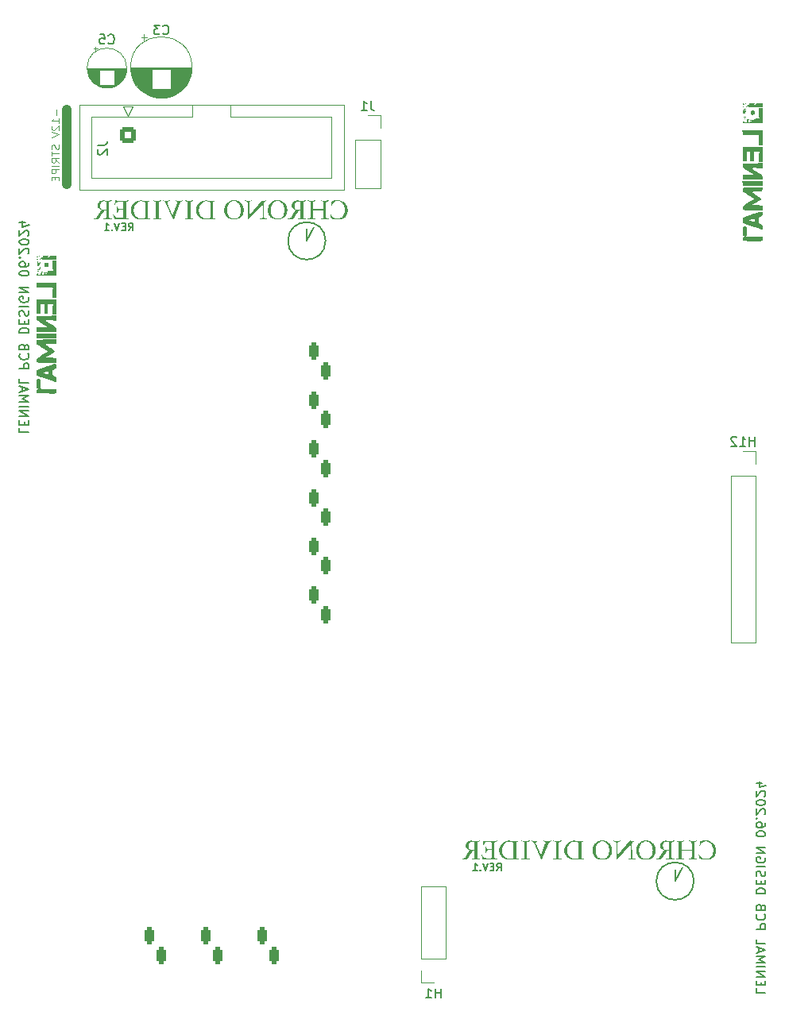
<source format=gbo>
G04 #@! TF.GenerationSoftware,KiCad,Pcbnew,8.0.2-1*
G04 #@! TF.CreationDate,2024-06-17T10:37:48+02:00*
G04 #@! TF.ProjectId,chrono-divider,6368726f-6e6f-42d6-9469-76696465722e,rev?*
G04 #@! TF.SameCoordinates,Original*
G04 #@! TF.FileFunction,Legend,Bot*
G04 #@! TF.FilePolarity,Positive*
%FSLAX46Y46*%
G04 Gerber Fmt 4.6, Leading zero omitted, Abs format (unit mm)*
G04 Created by KiCad (PCBNEW 8.0.2-1) date 2024-06-17 10:37:48*
%MOMM*%
%LPD*%
G01*
G04 APERTURE LIST*
G04 Aperture macros list*
%AMRoundRect*
0 Rectangle with rounded corners*
0 $1 Rounding radius*
0 $2 $3 $4 $5 $6 $7 $8 $9 X,Y pos of 4 corners*
0 Add a 4 corners polygon primitive as box body*
4,1,4,$2,$3,$4,$5,$6,$7,$8,$9,$2,$3,0*
0 Add four circle primitives for the rounded corners*
1,1,$1+$1,$2,$3*
1,1,$1+$1,$4,$5*
1,1,$1+$1,$6,$7*
1,1,$1+$1,$8,$9*
0 Add four rect primitives between the rounded corners*
20,1,$1+$1,$2,$3,$4,$5,0*
20,1,$1+$1,$4,$5,$6,$7,0*
20,1,$1+$1,$6,$7,$8,$9,0*
20,1,$1+$1,$8,$9,$2,$3,0*%
G04 Aperture macros list end*
%ADD10C,0.150000*%
%ADD11C,0.100000*%
%ADD12C,0.000000*%
%ADD13C,0.120000*%
%ADD14C,1.000000*%
%ADD15C,3.200000*%
%ADD16C,1.600000*%
%ADD17O,1.600000X1.600000*%
%ADD18R,1.800000X1.800000*%
%ADD19C,1.800000*%
%ADD20R,1.830000X1.930000*%
%ADD21C,2.130000*%
%ADD22R,1.100000X1.800000*%
%ADD23RoundRect,0.275000X-0.275000X-0.625000X0.275000X-0.625000X0.275000X0.625000X-0.275000X0.625000X0*%
%ADD24R,1.600000X2.400000*%
%ADD25O,1.600000X2.400000*%
%ADD26R,1.930000X1.830000*%
%ADD27R,1.700000X1.700000*%
%ADD28O,1.700000X1.700000*%
%ADD29R,1.600000X1.600000*%
%ADD30C,2.000000*%
%ADD31R,2.400000X1.600000*%
%ADD32O,2.400000X1.600000*%
%ADD33R,2.200000X2.200000*%
%ADD34O,2.200000X2.200000*%
%ADD35C,1.400000*%
%ADD36R,1.200000X1.200000*%
%ADD37C,1.200000*%
%ADD38RoundRect,0.250000X-0.600000X0.600000X-0.600000X-0.600000X0.600000X-0.600000X0.600000X0.600000X0*%
%ADD39C,1.700000*%
G04 APERTURE END LIST*
D10*
X120750000Y-140250000D02*
X120750000Y-141500000D01*
X121500000Y-140000000D02*
X120750000Y-141500000D01*
X83500000Y-73250000D02*
G75*
G02*
X79500000Y-73250000I-2000000J0D01*
G01*
X79500000Y-73250000D02*
G75*
G02*
X83500000Y-73250000I2000000J0D01*
G01*
X82250000Y-71750000D02*
X81500000Y-73250000D01*
X122750000Y-141500000D02*
G75*
G02*
X118750000Y-141500000I-2000000J0D01*
G01*
X118750000Y-141500000D02*
G75*
G02*
X122750000Y-141500000I2000000J0D01*
G01*
X81500000Y-72000000D02*
X81500000Y-73250000D01*
G36*
X84009420Y-70400997D02*
G01*
X84031506Y-70500661D01*
X84053311Y-70603036D01*
X84074836Y-70708122D01*
X84096081Y-70815920D01*
X84108094Y-70878736D01*
X84211964Y-70887752D01*
X84313173Y-70903781D01*
X84399232Y-70919769D01*
X84495586Y-70937698D01*
X84595496Y-70953927D01*
X84693193Y-70966292D01*
X84798813Y-70972526D01*
X84897045Y-70969413D01*
X85009885Y-70957460D01*
X85117230Y-70936543D01*
X85219079Y-70906662D01*
X85315433Y-70867816D01*
X85361549Y-70845031D01*
X85448480Y-70793173D01*
X85527924Y-70733587D01*
X85599880Y-70666274D01*
X85664349Y-70591232D01*
X85721330Y-70508462D01*
X85738660Y-70479155D01*
X85784478Y-70388074D01*
X85820817Y-70293248D01*
X85847676Y-70194679D01*
X85865055Y-70092366D01*
X85872955Y-69986309D01*
X85873482Y-69950125D01*
X85868467Y-69844160D01*
X85853423Y-69741320D01*
X85828350Y-69641606D01*
X85793248Y-69545018D01*
X85748116Y-69451555D01*
X85730844Y-69421095D01*
X85673411Y-69334015D01*
X85608455Y-69254491D01*
X85535978Y-69182523D01*
X85455979Y-69118112D01*
X85368458Y-69061257D01*
X85337613Y-69043984D01*
X85241425Y-68998166D01*
X85140807Y-68961827D01*
X85035757Y-68934968D01*
X84926277Y-68917588D01*
X84812367Y-68909689D01*
X84773412Y-68909162D01*
X84671780Y-68913260D01*
X84572827Y-68922710D01*
X84472932Y-68935716D01*
X84418771Y-68943845D01*
X84319853Y-68958528D01*
X84218645Y-68969486D01*
X84166713Y-68971688D01*
X84155905Y-69075369D01*
X84143543Y-69174706D01*
X84128470Y-69282083D01*
X84113391Y-69380520D01*
X84102233Y-69449427D01*
X84147173Y-69471898D01*
X84180879Y-69448939D01*
X84213577Y-69356035D01*
X84267806Y-69261809D01*
X84331515Y-69187201D01*
X84399232Y-69128981D01*
X84485969Y-69073843D01*
X84579117Y-69034459D01*
X84678676Y-69010828D01*
X84784647Y-69002951D01*
X84885264Y-69009654D01*
X84999203Y-69035391D01*
X85105723Y-69080431D01*
X85188823Y-69132709D01*
X85266771Y-69198392D01*
X85339567Y-69277480D01*
X85404160Y-69366288D01*
X85457805Y-69461130D01*
X85500502Y-69562007D01*
X85532252Y-69668918D01*
X85553053Y-69781863D01*
X85562906Y-69900843D01*
X85563782Y-69950125D01*
X85558355Y-70068058D01*
X85542077Y-70180362D01*
X85514945Y-70287037D01*
X85476961Y-70388083D01*
X85428124Y-70483500D01*
X85368435Y-70573288D01*
X85341521Y-70607627D01*
X85269655Y-70685730D01*
X85192972Y-70750595D01*
X85094591Y-70810959D01*
X84989273Y-70852261D01*
X84877017Y-70874500D01*
X84798325Y-70878736D01*
X84677356Y-70871272D01*
X84565531Y-70848878D01*
X84462850Y-70811554D01*
X84369312Y-70759302D01*
X84284919Y-70692120D01*
X84209669Y-70610008D01*
X84143563Y-70512967D01*
X84086601Y-70400997D01*
X84048499Y-70378527D01*
X84009420Y-70400997D01*
G37*
G36*
X81589951Y-70909511D02*
G01*
X81612421Y-70941263D01*
X81716957Y-70937355D01*
X81814841Y-70928425D01*
X81839078Y-70925631D01*
X81940017Y-70914945D01*
X82037745Y-70910061D01*
X82048639Y-70910000D01*
X82147430Y-70914411D01*
X82246964Y-70925631D01*
X82345819Y-70936317D01*
X82447577Y-70941202D01*
X82459455Y-70941263D01*
X82481926Y-70909511D01*
X82457990Y-70878736D01*
X82360474Y-70862636D01*
X82282135Y-70838681D01*
X82208374Y-70771270D01*
X82193025Y-70671342D01*
X82192254Y-70631074D01*
X82192254Y-69972107D01*
X83265457Y-69972107D01*
X83265457Y-70631074D01*
X83259160Y-70731863D01*
X83249337Y-70771270D01*
X83175575Y-70838681D01*
X83079290Y-70866234D01*
X82998255Y-70878736D01*
X82975785Y-70909511D01*
X82998255Y-70941263D01*
X83098517Y-70937355D01*
X83196063Y-70927524D01*
X83210746Y-70925631D01*
X83310280Y-70914411D01*
X83409071Y-70910000D01*
X83511447Y-70914411D01*
X83612320Y-70924669D01*
X83620097Y-70925631D01*
X83720419Y-70935752D01*
X83821147Y-70941018D01*
X83845289Y-70941263D01*
X83867759Y-70909511D01*
X83845289Y-70878736D01*
X83741013Y-70861688D01*
X83645697Y-70831474D01*
X83613747Y-70812791D01*
X83562764Y-70726813D01*
X83552686Y-70631074D01*
X83552686Y-69252079D01*
X83561297Y-69151789D01*
X83577110Y-69107976D01*
X83655965Y-69045093D01*
X83663572Y-69042030D01*
X83763636Y-69015316D01*
X83845289Y-69002951D01*
X83867759Y-68971688D01*
X83845289Y-68940425D01*
X83741852Y-68944333D01*
X83644322Y-68953263D01*
X83620097Y-68956057D01*
X83518156Y-68966742D01*
X83419971Y-68971627D01*
X83409071Y-68971688D01*
X83310280Y-68967277D01*
X83210746Y-68956057D01*
X83111891Y-68945371D01*
X83010133Y-68940486D01*
X82998255Y-68940425D01*
X82975785Y-68971688D01*
X82998255Y-69002951D01*
X83099869Y-69019446D01*
X83164340Y-69038122D01*
X83242986Y-69097718D01*
X83264052Y-69198468D01*
X83265457Y-69252079D01*
X83265457Y-69878318D01*
X82192254Y-69878318D01*
X82192254Y-69252079D01*
X82198550Y-69151100D01*
X82208374Y-69111395D01*
X82281646Y-69043496D01*
X82377664Y-69015522D01*
X82459455Y-69002951D01*
X82481926Y-68971688D01*
X82459455Y-68940425D01*
X82359193Y-68944333D01*
X82261647Y-68954164D01*
X82246964Y-68956057D01*
X82147430Y-68967277D01*
X82048639Y-68971688D01*
X81946676Y-68967277D01*
X81846766Y-68957018D01*
X81839078Y-68956057D01*
X81738515Y-68945936D01*
X81636906Y-68940669D01*
X81612421Y-68940425D01*
X81589951Y-68971688D01*
X81612421Y-69002951D01*
X81711955Y-69018837D01*
X81794138Y-69042030D01*
X81875606Y-69100258D01*
X81880600Y-69107976D01*
X81903497Y-69204604D01*
X81905024Y-69252079D01*
X81905024Y-70631074D01*
X81893337Y-70732935D01*
X81843963Y-70812791D01*
X81748205Y-70854028D01*
X81643425Y-70874671D01*
X81612421Y-70878736D01*
X81589951Y-70909511D01*
G37*
G36*
X81439986Y-68971688D02*
G01*
X81417515Y-69002951D01*
X81335930Y-69015385D01*
X81236287Y-69042519D01*
X81228685Y-69045700D01*
X81151290Y-69109441D01*
X81136109Y-69153013D01*
X81127843Y-69252079D01*
X81127843Y-70631074D01*
X81129370Y-70678518D01*
X81152267Y-70774689D01*
X81157178Y-70782237D01*
X81238729Y-70840146D01*
X81320085Y-70862958D01*
X81417515Y-70878736D01*
X81439986Y-70909511D01*
X81417515Y-70941263D01*
X81393396Y-70941018D01*
X81293161Y-70935752D01*
X81193789Y-70925631D01*
X81186101Y-70924669D01*
X81086191Y-70914411D01*
X80984228Y-70910000D01*
X80973329Y-70910061D01*
X80875143Y-70914945D01*
X80773203Y-70925631D01*
X80748978Y-70928425D01*
X80651448Y-70937355D01*
X80548011Y-70941263D01*
X80525540Y-70909511D01*
X80549476Y-70878736D01*
X80629412Y-70866440D01*
X80728750Y-70840146D01*
X80736419Y-70837026D01*
X80816189Y-70774200D01*
X80832003Y-70730629D01*
X80840614Y-70631563D01*
X80840614Y-70003370D01*
X80820166Y-70003530D01*
X80715752Y-70011224D01*
X80617864Y-70044403D01*
X80595779Y-70063248D01*
X80530048Y-70142216D01*
X80472295Y-70229050D01*
X80045847Y-70941263D01*
X80015718Y-70939736D01*
X79917864Y-70925631D01*
X79891684Y-70921128D01*
X79789881Y-70910000D01*
X79774751Y-70910631D01*
X79676064Y-70923189D01*
X79608620Y-70932720D01*
X79505582Y-70941263D01*
X79483112Y-70909511D01*
X79502651Y-70878736D01*
X79537013Y-70873500D01*
X79637514Y-70849947D01*
X79732240Y-70810348D01*
X79743166Y-70803968D01*
X79821507Y-70737534D01*
X79876831Y-70656964D01*
X80331612Y-69929120D01*
X80258545Y-69900647D01*
X80170312Y-69856164D01*
X80083604Y-69797217D01*
X80010188Y-69728841D01*
X79947334Y-69645226D01*
X79905081Y-69548401D01*
X79892617Y-69458220D01*
X80200697Y-69458220D01*
X80203238Y-69530715D01*
X80217869Y-69633313D01*
X80249876Y-69729028D01*
X80304745Y-69810907D01*
X80340253Y-69842570D01*
X80429230Y-69889797D01*
X80529784Y-69913947D01*
X80635450Y-69920816D01*
X80643133Y-69920805D01*
X80742082Y-69918347D01*
X80840614Y-69909581D01*
X80840614Y-69263803D01*
X80839362Y-69214801D01*
X80820586Y-69115792D01*
X80819264Y-69113158D01*
X80739009Y-69053754D01*
X80657620Y-69038508D01*
X80559246Y-69034214D01*
X80455953Y-69044566D01*
X80355111Y-69084317D01*
X80279480Y-69153880D01*
X80229059Y-69253256D01*
X80206300Y-69358844D01*
X80200697Y-69458220D01*
X79892617Y-69458220D01*
X79890997Y-69446496D01*
X79891165Y-69431580D01*
X79901744Y-69333046D01*
X79933984Y-69233028D01*
X79987718Y-69146444D01*
X80062944Y-69073293D01*
X80132239Y-69028139D01*
X80225715Y-68987266D01*
X80332795Y-68959110D01*
X80435405Y-68945096D01*
X80548011Y-68940425D01*
X80572153Y-68940669D01*
X80672881Y-68945936D01*
X80773203Y-68956057D01*
X80780980Y-68957018D01*
X80881852Y-68967277D01*
X80984228Y-68971688D01*
X80995122Y-68971627D01*
X81092850Y-68966742D01*
X81193789Y-68956057D01*
X81209832Y-68954164D01*
X81314445Y-68944333D01*
X81417515Y-68940425D01*
X81439986Y-68971688D01*
G37*
G36*
X78501897Y-68913765D02*
G01*
X78608600Y-68927572D01*
X78709992Y-68950584D01*
X78806071Y-68982801D01*
X78896837Y-69024223D01*
X78982292Y-69074850D01*
X79062434Y-69134682D01*
X79137264Y-69203719D01*
X79204812Y-69279816D01*
X79263354Y-69360828D01*
X79312890Y-69446756D01*
X79353419Y-69537599D01*
X79384941Y-69633357D01*
X79407458Y-69734031D01*
X79420967Y-69839620D01*
X79425471Y-69950125D01*
X79422955Y-70033042D01*
X79411773Y-70139124D01*
X79391646Y-70240091D01*
X79362573Y-70335945D01*
X79324555Y-70426685D01*
X79264453Y-70532919D01*
X79206308Y-70612153D01*
X79139218Y-70686273D01*
X79064892Y-70753364D01*
X78985040Y-70811509D01*
X78899661Y-70860708D01*
X78808757Y-70900963D01*
X78712327Y-70932271D01*
X78610371Y-70954635D01*
X78502889Y-70968053D01*
X78389881Y-70972526D01*
X78276980Y-70968053D01*
X78169574Y-70954635D01*
X78067663Y-70932271D01*
X77971249Y-70900963D01*
X77880329Y-70860708D01*
X77794905Y-70811509D01*
X77714977Y-70753364D01*
X77640544Y-70686273D01*
X77573224Y-70612153D01*
X77514881Y-70532919D01*
X77465513Y-70448571D01*
X77425122Y-70359110D01*
X77393706Y-70264534D01*
X77371266Y-70164845D01*
X77357802Y-70060042D01*
X77353314Y-69950125D01*
X77662526Y-69950125D01*
X77664277Y-70026499D01*
X77672063Y-70124017D01*
X77690553Y-70238980D01*
X77718774Y-70346240D01*
X77756727Y-70445795D01*
X77804412Y-70537646D01*
X77861828Y-70621793D01*
X77900252Y-70667712D01*
X77983977Y-70745999D01*
X78076874Y-70806220D01*
X78178940Y-70848375D01*
X78290178Y-70872463D01*
X78389881Y-70878736D01*
X78450720Y-70876478D01*
X78565392Y-70858412D01*
X78670722Y-70822279D01*
X78766709Y-70768080D01*
X78853355Y-70695815D01*
X78918422Y-70621793D01*
X78953691Y-70572229D01*
X79004762Y-70483460D01*
X79046198Y-70386986D01*
X79077997Y-70282809D01*
X79100160Y-70170927D01*
X79112687Y-70051341D01*
X79115771Y-69950125D01*
X79114023Y-69873159D01*
X79106257Y-69774717D01*
X79087812Y-69658385D01*
X79059660Y-69549518D01*
X79021800Y-69448116D01*
X78974232Y-69354181D01*
X78916957Y-69267711D01*
X78878459Y-69220395D01*
X78794687Y-69139726D01*
X78701883Y-69077673D01*
X78600045Y-69034236D01*
X78489174Y-69009415D01*
X78389881Y-69002951D01*
X78329806Y-69005278D01*
X78216301Y-69023894D01*
X78111659Y-69061126D01*
X78015877Y-69116974D01*
X77928957Y-69191437D01*
X77863293Y-69267711D01*
X77816238Y-69336289D01*
X77766243Y-69428732D01*
X77726050Y-69528640D01*
X77695660Y-69636014D01*
X77675074Y-69750853D01*
X77665663Y-69848100D01*
X77662526Y-69950125D01*
X77353314Y-69950125D01*
X77357825Y-69839620D01*
X77371358Y-69734031D01*
X77393912Y-69633357D01*
X77425488Y-69537599D01*
X77466086Y-69446756D01*
X77515705Y-69360828D01*
X77574346Y-69279816D01*
X77642009Y-69203719D01*
X77716740Y-69134682D01*
X77796829Y-69074850D01*
X77882276Y-69024223D01*
X77973080Y-68982801D01*
X78069243Y-68950584D01*
X78170765Y-68927572D01*
X78277644Y-68913765D01*
X78389881Y-68909162D01*
X78501897Y-68913765D01*
G37*
G36*
X74904047Y-68972177D02*
G01*
X74926517Y-69002951D01*
X75025646Y-69018045D01*
X75122277Y-69045369D01*
X75167829Y-69069385D01*
X75223344Y-69154049D01*
X75235729Y-69246706D01*
X75266992Y-70944193D01*
X75300697Y-70972526D01*
X75345638Y-70950055D01*
X76795952Y-69297997D01*
X76815980Y-70634494D01*
X76817445Y-70655987D01*
X76798420Y-70754705D01*
X76750034Y-70811814D01*
X76655146Y-70851259D01*
X76558599Y-70871435D01*
X76506280Y-70878736D01*
X76483810Y-70909511D01*
X76506280Y-70941263D01*
X76606023Y-70936317D01*
X76707536Y-70925631D01*
X76807607Y-70914411D01*
X76891695Y-70910000D01*
X76992620Y-70915510D01*
X77081716Y-70925631D01*
X77184054Y-70937355D01*
X77260502Y-70941263D01*
X77282972Y-70909511D01*
X77257571Y-70878736D01*
X77159311Y-70862660D01*
X77063666Y-70834772D01*
X77018702Y-70810837D01*
X76962905Y-70725076D01*
X76949337Y-70631074D01*
X76900488Y-69252079D01*
X76900488Y-69238890D01*
X76916974Y-69138140D01*
X76966434Y-69073293D01*
X77060956Y-69032260D01*
X77159093Y-69010851D01*
X77212630Y-69002951D01*
X77232170Y-68971688D01*
X77209699Y-68940425D01*
X77108758Y-68949966D01*
X77071946Y-68956057D01*
X76972914Y-68970940D01*
X76953733Y-68971688D01*
X76856566Y-68960560D01*
X76835519Y-68956057D01*
X76737536Y-68941173D01*
X76714375Y-68940425D01*
X75359804Y-70482086D01*
X75359804Y-69248171D01*
X75374831Y-69148516D01*
X75428192Y-69074759D01*
X75517501Y-69034165D01*
X75615601Y-69012173D01*
X75680739Y-69002951D01*
X75703210Y-68972177D01*
X75680739Y-68940425D01*
X75579090Y-68945371D01*
X75478018Y-68956057D01*
X75378892Y-68967277D01*
X75294836Y-68971688D01*
X75194083Y-68966178D01*
X75105303Y-68956057D01*
X75002721Y-68944333D01*
X74926517Y-68940425D01*
X74904047Y-68972177D01*
G37*
G36*
X73859329Y-68913765D02*
G01*
X73966032Y-68927572D01*
X74067424Y-68950584D01*
X74163503Y-68982801D01*
X74254269Y-69024223D01*
X74339724Y-69074850D01*
X74419866Y-69134682D01*
X74494696Y-69203719D01*
X74562244Y-69279816D01*
X74620786Y-69360828D01*
X74670322Y-69446756D01*
X74710851Y-69537599D01*
X74742373Y-69633357D01*
X74764890Y-69734031D01*
X74778399Y-69839620D01*
X74782903Y-69950125D01*
X74780387Y-70033042D01*
X74769205Y-70139124D01*
X74749078Y-70240091D01*
X74720005Y-70335945D01*
X74681987Y-70426685D01*
X74621885Y-70532919D01*
X74563740Y-70612153D01*
X74496650Y-70686273D01*
X74422324Y-70753364D01*
X74342472Y-70811509D01*
X74257093Y-70860708D01*
X74166189Y-70900963D01*
X74069759Y-70932271D01*
X73967803Y-70954635D01*
X73860321Y-70968053D01*
X73747313Y-70972526D01*
X73634412Y-70968053D01*
X73527006Y-70954635D01*
X73425095Y-70932271D01*
X73328681Y-70900963D01*
X73237761Y-70860708D01*
X73152337Y-70811509D01*
X73072409Y-70753364D01*
X72997976Y-70686273D01*
X72930656Y-70612153D01*
X72872313Y-70532919D01*
X72822945Y-70448571D01*
X72782554Y-70359110D01*
X72751138Y-70264534D01*
X72728698Y-70164845D01*
X72715234Y-70060042D01*
X72710746Y-69950125D01*
X73019958Y-69950125D01*
X73021709Y-70026499D01*
X73029495Y-70124017D01*
X73047984Y-70238980D01*
X73076206Y-70346240D01*
X73114159Y-70445795D01*
X73161844Y-70537646D01*
X73219260Y-70621793D01*
X73257684Y-70667712D01*
X73341409Y-70745999D01*
X73434306Y-70806220D01*
X73536372Y-70848375D01*
X73647610Y-70872463D01*
X73747313Y-70878736D01*
X73808152Y-70876478D01*
X73922824Y-70858412D01*
X74028154Y-70822279D01*
X74124141Y-70768080D01*
X74210787Y-70695815D01*
X74275854Y-70621793D01*
X74311123Y-70572229D01*
X74362194Y-70483460D01*
X74403630Y-70386986D01*
X74435429Y-70282809D01*
X74457592Y-70170927D01*
X74470119Y-70051341D01*
X74473203Y-69950125D01*
X74471455Y-69873159D01*
X74463689Y-69774717D01*
X74445244Y-69658385D01*
X74417092Y-69549518D01*
X74379232Y-69448116D01*
X74331664Y-69354181D01*
X74274389Y-69267711D01*
X74235891Y-69220395D01*
X74152119Y-69139726D01*
X74059314Y-69077673D01*
X73957477Y-69034236D01*
X73846606Y-69009415D01*
X73747313Y-69002951D01*
X73687238Y-69005278D01*
X73573733Y-69023894D01*
X73469091Y-69061126D01*
X73373309Y-69116974D01*
X73286389Y-69191437D01*
X73220725Y-69267711D01*
X73173670Y-69336289D01*
X73123674Y-69428732D01*
X73083482Y-69528640D01*
X73053092Y-69636014D01*
X73032506Y-69750853D01*
X73023095Y-69848100D01*
X73019958Y-69950125D01*
X72710746Y-69950125D01*
X72715257Y-69839620D01*
X72728790Y-69734031D01*
X72751344Y-69633357D01*
X72782920Y-69537599D01*
X72823518Y-69446756D01*
X72873137Y-69360828D01*
X72931778Y-69279816D01*
X72999441Y-69203719D01*
X73074172Y-69134682D01*
X73154261Y-69074850D01*
X73239707Y-69024223D01*
X73330512Y-68982801D01*
X73426675Y-68950584D01*
X73528196Y-68927572D01*
X73635076Y-68913765D01*
X73747313Y-68909162D01*
X73859329Y-68913765D01*
G37*
G36*
X71812909Y-68971688D02*
G01*
X71790439Y-69002951D01*
X71708854Y-69015385D01*
X71609211Y-69042519D01*
X71601609Y-69045700D01*
X71524214Y-69109441D01*
X71509033Y-69153410D01*
X71500767Y-69253056D01*
X71500767Y-70630097D01*
X71502294Y-70677786D01*
X71525191Y-70774689D01*
X71530102Y-70782237D01*
X71611653Y-70840146D01*
X71693009Y-70862958D01*
X71790439Y-70878736D01*
X71812909Y-70909511D01*
X71790439Y-70941263D01*
X71728310Y-70933935D01*
X71618555Y-70923463D01*
X71507491Y-70915983D01*
X71395119Y-70911495D01*
X71281437Y-70910000D01*
X71221533Y-70911847D01*
X71121424Y-70918075D01*
X71022540Y-70925631D01*
X70977378Y-70929295D01*
X70873568Y-70936851D01*
X70771946Y-70941263D01*
X70651672Y-70936996D01*
X70537779Y-70924196D01*
X70430266Y-70902863D01*
X70329134Y-70872997D01*
X70234383Y-70834597D01*
X70146013Y-70787664D01*
X70064024Y-70732198D01*
X69988415Y-70668199D01*
X69970564Y-70650965D01*
X69889806Y-70559755D01*
X69823217Y-70460150D01*
X69770795Y-70352149D01*
X69739059Y-70259703D01*
X69716390Y-70161884D01*
X69702789Y-70058691D01*
X69698255Y-69950125D01*
X70007955Y-69950125D01*
X70008829Y-69997564D01*
X70018660Y-70111835D01*
X70039416Y-70219929D01*
X70071096Y-70321846D01*
X70113701Y-70417585D01*
X70167229Y-70507146D01*
X70231681Y-70590530D01*
X70289239Y-70650751D01*
X70365758Y-70714736D01*
X70464287Y-70774957D01*
X70570132Y-70817112D01*
X70683293Y-70841200D01*
X70783182Y-70847473D01*
X71047452Y-70838681D01*
X71103895Y-70832893D01*
X71190182Y-70774376D01*
X71213538Y-70674061D01*
X71213538Y-69207627D01*
X71207699Y-69152472D01*
X71148661Y-69066386D01*
X71047452Y-69040076D01*
X70783182Y-69034214D01*
X70774877Y-69034214D01*
X70694293Y-69038298D01*
X70579884Y-69059736D01*
X70473237Y-69099549D01*
X70374353Y-69157738D01*
X70297880Y-69220266D01*
X70226796Y-69295554D01*
X70200296Y-69328680D01*
X70141525Y-69416035D01*
X70093440Y-69509877D01*
X70056040Y-69610208D01*
X70029326Y-69717026D01*
X70013298Y-69830332D01*
X70007955Y-69950125D01*
X69698255Y-69950125D01*
X69700861Y-69868115D01*
X69712443Y-69763217D01*
X69733292Y-69663402D01*
X69763406Y-69568670D01*
X69802787Y-69479021D01*
X69865042Y-69374109D01*
X69925271Y-69295898D01*
X69994766Y-69222770D01*
X70071664Y-69156595D01*
X70154348Y-69099244D01*
X70242817Y-69050716D01*
X70337072Y-69011011D01*
X70437112Y-68980130D01*
X70542938Y-68958072D01*
X70654550Y-68944837D01*
X70771946Y-68940425D01*
X70816850Y-68941662D01*
X70917048Y-68947814D01*
X71022540Y-68956057D01*
X71069007Y-68959720D01*
X71176012Y-68967277D01*
X71281437Y-68971688D01*
X71364724Y-68971200D01*
X71479121Y-68968635D01*
X71580879Y-68963872D01*
X71683621Y-68955538D01*
X71790439Y-68940425D01*
X71812909Y-68971688D01*
G37*
G36*
X68505373Y-70909511D02*
G01*
X68527843Y-70941263D01*
X68630914Y-70937355D01*
X68735526Y-70927524D01*
X68751570Y-70925631D01*
X68852509Y-70914945D01*
X68950236Y-70910061D01*
X68961130Y-70910000D01*
X69063092Y-70914411D01*
X69163003Y-70924669D01*
X69170690Y-70925631D01*
X69271254Y-70935752D01*
X69372862Y-70941018D01*
X69397348Y-70941263D01*
X69419818Y-70909511D01*
X69397348Y-70878736D01*
X69293071Y-70861688D01*
X69197756Y-70831474D01*
X69165806Y-70812791D01*
X69114822Y-70726813D01*
X69104745Y-70631074D01*
X69104745Y-69252079D01*
X69113528Y-69151789D01*
X69129658Y-69107976D01*
X69208512Y-69045093D01*
X69216120Y-69042030D01*
X69315763Y-69015316D01*
X69397348Y-69002951D01*
X69419818Y-68971688D01*
X69397348Y-68940425D01*
X69292812Y-68944333D01*
X69194928Y-68953263D01*
X69170690Y-68956057D01*
X69069751Y-68966742D01*
X68972024Y-68971627D01*
X68961130Y-68971688D01*
X68859168Y-68967277D01*
X68759257Y-68957018D01*
X68751570Y-68956057D01*
X68652197Y-68945936D01*
X68551962Y-68940669D01*
X68527843Y-68940425D01*
X68505373Y-68971688D01*
X68527843Y-69002951D01*
X68626325Y-69018837D01*
X68708094Y-69042030D01*
X68788761Y-69099455D01*
X68793579Y-69106999D01*
X68816019Y-69203994D01*
X68817515Y-69252079D01*
X68817515Y-70631074D01*
X68809077Y-70730313D01*
X68793579Y-70774200D01*
X68716070Y-70837026D01*
X68708583Y-70840146D01*
X68609932Y-70866440D01*
X68529309Y-70878736D01*
X68505373Y-70909511D01*
G37*
G36*
X66181158Y-68967292D02*
G01*
X66211933Y-69002951D01*
X66308998Y-69022199D01*
X66395941Y-69067442D01*
X66400000Y-69070851D01*
X66462568Y-69152947D01*
X66507142Y-69241904D01*
X66539706Y-69320467D01*
X67246057Y-70950055D01*
X67285136Y-70972526D01*
X67321772Y-70948590D01*
X67952407Y-69320467D01*
X67986263Y-69227866D01*
X68028090Y-69136657D01*
X68039357Y-69118722D01*
X68113752Y-69052725D01*
X68131193Y-69044473D01*
X68231103Y-69016804D01*
X68317794Y-69002951D01*
X68337334Y-68993670D01*
X68346127Y-68971688D01*
X68326587Y-68940425D01*
X68227302Y-68944333D01*
X68125128Y-68955095D01*
X68118004Y-68956057D01*
X68015544Y-68967780D01*
X67924075Y-68971688D01*
X67821285Y-68967277D01*
X67719451Y-68957018D01*
X67711584Y-68956057D01*
X67610313Y-68945936D01*
X67509091Y-68940669D01*
X67484926Y-68940425D01*
X67462456Y-68971688D01*
X67476622Y-69002951D01*
X67577701Y-69014164D01*
X67655408Y-69039588D01*
X67709637Y-69121278D01*
X67710118Y-69132889D01*
X67689546Y-69230955D01*
X67676413Y-69271130D01*
X67189881Y-70534354D01*
X66684787Y-69309232D01*
X66662957Y-69213367D01*
X66659385Y-69173433D01*
X66693801Y-69076873D01*
X66785814Y-69022756D01*
X66889060Y-69004064D01*
X66904117Y-69002951D01*
X66921214Y-68971688D01*
X66895812Y-68940425D01*
X66796932Y-68946531D01*
X66722400Y-68956057D01*
X66620834Y-68967277D01*
X66527006Y-68971688D01*
X66428942Y-68964956D01*
X66365317Y-68956057D01*
X66267807Y-68943860D01*
X66198255Y-68940425D01*
X66181158Y-68967292D01*
G37*
G36*
X65113328Y-70909511D02*
G01*
X65135799Y-70941263D01*
X65238869Y-70937355D01*
X65343481Y-70927524D01*
X65359525Y-70925631D01*
X65460464Y-70914945D01*
X65558192Y-70910061D01*
X65569085Y-70910000D01*
X65671048Y-70914411D01*
X65770958Y-70924669D01*
X65778646Y-70925631D01*
X65879209Y-70935752D01*
X65980818Y-70941018D01*
X66005303Y-70941263D01*
X66027773Y-70909511D01*
X66005303Y-70878736D01*
X65901027Y-70861688D01*
X65805711Y-70831474D01*
X65773761Y-70812791D01*
X65722778Y-70726813D01*
X65712700Y-70631074D01*
X65712700Y-69252079D01*
X65721483Y-69151789D01*
X65737613Y-69107976D01*
X65816467Y-69045093D01*
X65824075Y-69042030D01*
X65923718Y-69015316D01*
X66005303Y-69002951D01*
X66027773Y-68971688D01*
X66005303Y-68940425D01*
X65900767Y-68944333D01*
X65802883Y-68953263D01*
X65778646Y-68956057D01*
X65677707Y-68966742D01*
X65579979Y-68971627D01*
X65569085Y-68971688D01*
X65467123Y-68967277D01*
X65367212Y-68957018D01*
X65359525Y-68956057D01*
X65260152Y-68945936D01*
X65159918Y-68940669D01*
X65135799Y-68940425D01*
X65113328Y-68971688D01*
X65135799Y-69002951D01*
X65234280Y-69018837D01*
X65316050Y-69042030D01*
X65396716Y-69099455D01*
X65401535Y-69106999D01*
X65423975Y-69203994D01*
X65425471Y-69252079D01*
X65425471Y-70631074D01*
X65417032Y-70730313D01*
X65401535Y-70774200D01*
X65324026Y-70837026D01*
X65316538Y-70840146D01*
X65217887Y-70866440D01*
X65137264Y-70878736D01*
X65113328Y-70909511D01*
G37*
G36*
X64872505Y-68971688D02*
G01*
X64850034Y-69002951D01*
X64768450Y-69015385D01*
X64668806Y-69042519D01*
X64661204Y-69045700D01*
X64583810Y-69109441D01*
X64568628Y-69153410D01*
X64560362Y-69253056D01*
X64560362Y-70630097D01*
X64561889Y-70677786D01*
X64584787Y-70774689D01*
X64589697Y-70782237D01*
X64671249Y-70840146D01*
X64752604Y-70862958D01*
X64850034Y-70878736D01*
X64872505Y-70909511D01*
X64850034Y-70941263D01*
X64787905Y-70933935D01*
X64678150Y-70923463D01*
X64567087Y-70915983D01*
X64454714Y-70911495D01*
X64341032Y-70910000D01*
X64281128Y-70911847D01*
X64181019Y-70918075D01*
X64082135Y-70925631D01*
X64036973Y-70929295D01*
X63933163Y-70936851D01*
X63831542Y-70941263D01*
X63711267Y-70936996D01*
X63597374Y-70924196D01*
X63489861Y-70902863D01*
X63388729Y-70872997D01*
X63293978Y-70834597D01*
X63205608Y-70787664D01*
X63123619Y-70732198D01*
X63048011Y-70668199D01*
X63030159Y-70650965D01*
X62949401Y-70559755D01*
X62882812Y-70460150D01*
X62830390Y-70352149D01*
X62798654Y-70259703D01*
X62775985Y-70161884D01*
X62762384Y-70058691D01*
X62757850Y-69950125D01*
X63067550Y-69950125D01*
X63068424Y-69997564D01*
X63078256Y-70111835D01*
X63099012Y-70219929D01*
X63130692Y-70321846D01*
X63173296Y-70417585D01*
X63226824Y-70507146D01*
X63291277Y-70590530D01*
X63348834Y-70650751D01*
X63425353Y-70714736D01*
X63523882Y-70774957D01*
X63629727Y-70817112D01*
X63742888Y-70841200D01*
X63842777Y-70847473D01*
X64107048Y-70838681D01*
X64163491Y-70832893D01*
X64249777Y-70774376D01*
X64273133Y-70674061D01*
X64273133Y-69207627D01*
X64267294Y-69152472D01*
X64208256Y-69066386D01*
X64107048Y-69040076D01*
X63842777Y-69034214D01*
X63834473Y-69034214D01*
X63753888Y-69038298D01*
X63639479Y-69059736D01*
X63532833Y-69099549D01*
X63433949Y-69157738D01*
X63357475Y-69220266D01*
X63286392Y-69295554D01*
X63259891Y-69328680D01*
X63201120Y-69416035D01*
X63153035Y-69509877D01*
X63115635Y-69610208D01*
X63088921Y-69717026D01*
X63072893Y-69830332D01*
X63067550Y-69950125D01*
X62757850Y-69950125D01*
X62760456Y-69868115D01*
X62772039Y-69763217D01*
X62792887Y-69663402D01*
X62823001Y-69568670D01*
X62862382Y-69479021D01*
X62924637Y-69374109D01*
X62984866Y-69295898D01*
X63054361Y-69222770D01*
X63131259Y-69156595D01*
X63213943Y-69099244D01*
X63302412Y-69050716D01*
X63396667Y-69011011D01*
X63496708Y-68980130D01*
X63602534Y-68958072D01*
X63714145Y-68944837D01*
X63831542Y-68940425D01*
X63876446Y-68941662D01*
X63976643Y-68947814D01*
X64082135Y-68956057D01*
X64128602Y-68959720D01*
X64235607Y-68967277D01*
X64341032Y-68971688D01*
X64424319Y-68971200D01*
X64538716Y-68968635D01*
X64640474Y-68963872D01*
X64743216Y-68955538D01*
X64850034Y-68940425D01*
X64872505Y-68971688D01*
G37*
G36*
X60842986Y-70448381D02*
G01*
X60884191Y-70544442D01*
X60922441Y-70638821D01*
X60957738Y-70731517D01*
X60995185Y-70837535D01*
X61028611Y-70941263D01*
X61156464Y-70933935D01*
X61274777Y-70927585D01*
X61383549Y-70922212D01*
X61482780Y-70917815D01*
X61593403Y-70913694D01*
X61706472Y-70910763D01*
X61784298Y-70910000D01*
X61896357Y-70911495D01*
X61994545Y-70914396D01*
X62107856Y-70918823D01*
X62209392Y-70923463D01*
X62320607Y-70929081D01*
X62441499Y-70935676D01*
X62538520Y-70941263D01*
X62560990Y-70909511D01*
X62538520Y-70878736D01*
X62441090Y-70862958D01*
X62359734Y-70840146D01*
X62278182Y-70782237D01*
X62273272Y-70774689D01*
X62250375Y-70678518D01*
X62248848Y-70631074D01*
X62248848Y-69252079D01*
X62257114Y-69153013D01*
X62272295Y-69109441D01*
X62349690Y-69045700D01*
X62357292Y-69042519D01*
X62456935Y-69015385D01*
X62538520Y-69002951D01*
X62560990Y-68971688D01*
X62538520Y-68940425D01*
X62427418Y-68949432D01*
X62315458Y-68956912D01*
X62202638Y-68962865D01*
X62088961Y-68967292D01*
X61974424Y-68970192D01*
X61859029Y-68971566D01*
X61812630Y-68971688D01*
X61696212Y-68970925D01*
X61580819Y-68968635D01*
X61466452Y-68964819D01*
X61353110Y-68959476D01*
X61240794Y-68952607D01*
X61129504Y-68944211D01*
X61085275Y-68940425D01*
X61069744Y-69037621D01*
X61051362Y-69134302D01*
X61030127Y-69230470D01*
X61006041Y-69326123D01*
X60990997Y-69380551D01*
X61040334Y-69409371D01*
X61069644Y-69390321D01*
X61107931Y-69296738D01*
X61169113Y-69205376D01*
X61246920Y-69136854D01*
X61341350Y-69091173D01*
X61452405Y-69068333D01*
X61514166Y-69065478D01*
X61798464Y-69065478D01*
X61897886Y-69088833D01*
X61955883Y-69175120D01*
X61961618Y-69231563D01*
X61961618Y-69847055D01*
X61606978Y-69847055D01*
X61507667Y-69836494D01*
X61419671Y-69787000D01*
X61416468Y-69783063D01*
X61374214Y-69694525D01*
X61352462Y-69595904D01*
X61347103Y-69556894D01*
X61307536Y-69534424D01*
X61267969Y-69557383D01*
X61270896Y-69655162D01*
X61276273Y-69737145D01*
X61283134Y-69837324D01*
X61285066Y-69907627D01*
X61281631Y-70005973D01*
X61276273Y-70079085D01*
X61270045Y-70180446D01*
X61267969Y-70261779D01*
X61307536Y-70284738D01*
X61347103Y-70261290D01*
X61363332Y-70160559D01*
X61393701Y-70060703D01*
X61420865Y-70012163D01*
X61505718Y-69954495D01*
X61606978Y-69940844D01*
X61961618Y-69940844D01*
X61961618Y-70646706D01*
X61942340Y-70743211D01*
X61862037Y-70808099D01*
X61798464Y-70816210D01*
X61491695Y-70816210D01*
X61387262Y-70805238D01*
X61293762Y-70776602D01*
X61200726Y-70730191D01*
X61159525Y-70703859D01*
X61073843Y-70636020D01*
X61001994Y-70559448D01*
X60943978Y-70474144D01*
X60917725Y-70422979D01*
X60893789Y-70409790D01*
X60858618Y-70421025D01*
X60842986Y-70448381D01*
G37*
G36*
X60737962Y-68971688D02*
G01*
X60715491Y-69002951D01*
X60633907Y-69015385D01*
X60534263Y-69042519D01*
X60526661Y-69045700D01*
X60449267Y-69109441D01*
X60434086Y-69153013D01*
X60425819Y-69252079D01*
X60425819Y-70631074D01*
X60427346Y-70678518D01*
X60450244Y-70774689D01*
X60455154Y-70782237D01*
X60536706Y-70840146D01*
X60618061Y-70862958D01*
X60715491Y-70878736D01*
X60737962Y-70909511D01*
X60715491Y-70941263D01*
X60691372Y-70941018D01*
X60591138Y-70935752D01*
X60491765Y-70925631D01*
X60484078Y-70924669D01*
X60384167Y-70914411D01*
X60282205Y-70910000D01*
X60271305Y-70910061D01*
X60173120Y-70914945D01*
X60071179Y-70925631D01*
X60046954Y-70928425D01*
X59949424Y-70937355D01*
X59845987Y-70941263D01*
X59823517Y-70909511D01*
X59847452Y-70878736D01*
X59927389Y-70866440D01*
X60026727Y-70840146D01*
X60034395Y-70837026D01*
X60114166Y-70774200D01*
X60129979Y-70730629D01*
X60138590Y-70631563D01*
X60138590Y-70003370D01*
X60118142Y-70003530D01*
X60013728Y-70011224D01*
X59915840Y-70044403D01*
X59893755Y-70063248D01*
X59828025Y-70142216D01*
X59770272Y-70229050D01*
X59343824Y-70941263D01*
X59313694Y-70939736D01*
X59215840Y-70925631D01*
X59189661Y-70921128D01*
X59087857Y-70910000D01*
X59072727Y-70910631D01*
X58974040Y-70923189D01*
X58906597Y-70932720D01*
X58803558Y-70941263D01*
X58781088Y-70909511D01*
X58800628Y-70878736D01*
X58834989Y-70873500D01*
X58935491Y-70849947D01*
X59030216Y-70810348D01*
X59041142Y-70803968D01*
X59119483Y-70737534D01*
X59174808Y-70656964D01*
X59629588Y-69929120D01*
X59556521Y-69900647D01*
X59468288Y-69856164D01*
X59381580Y-69797217D01*
X59308164Y-69728841D01*
X59245310Y-69645226D01*
X59203058Y-69548401D01*
X59190594Y-69458220D01*
X59498674Y-69458220D01*
X59501214Y-69530715D01*
X59515846Y-69633313D01*
X59547852Y-69729028D01*
X59602721Y-69810907D01*
X59638229Y-69842570D01*
X59727206Y-69889797D01*
X59827760Y-69913947D01*
X59933426Y-69920816D01*
X59941109Y-69920805D01*
X60040058Y-69918347D01*
X60138590Y-69909581D01*
X60138590Y-69263803D01*
X60137338Y-69214801D01*
X60118562Y-69115792D01*
X60117240Y-69113158D01*
X60036985Y-69053754D01*
X59955597Y-69038508D01*
X59857222Y-69034214D01*
X59753929Y-69044566D01*
X59653088Y-69084317D01*
X59577456Y-69153880D01*
X59527035Y-69253256D01*
X59504276Y-69358844D01*
X59498674Y-69458220D01*
X59190594Y-69458220D01*
X59188974Y-69446496D01*
X59189142Y-69431580D01*
X59199720Y-69333046D01*
X59231960Y-69233028D01*
X59285694Y-69146444D01*
X59360921Y-69073293D01*
X59430215Y-69028139D01*
X59523691Y-68987266D01*
X59630771Y-68959110D01*
X59733381Y-68945096D01*
X59845987Y-68940425D01*
X59870129Y-68940669D01*
X59970858Y-68945936D01*
X60071179Y-68956057D01*
X60078956Y-68957018D01*
X60179829Y-68967277D01*
X60282205Y-68971688D01*
X60293098Y-68971627D01*
X60390826Y-68966742D01*
X60491765Y-68956057D01*
X60507809Y-68954164D01*
X60612421Y-68944333D01*
X60715491Y-68940425D01*
X60737962Y-68971688D01*
G37*
X129380180Y-152937030D02*
X129380180Y-153413220D01*
X129380180Y-153413220D02*
X130380180Y-153413220D01*
X129903990Y-152603696D02*
X129903990Y-152270363D01*
X129380180Y-152127506D02*
X129380180Y-152603696D01*
X129380180Y-152603696D02*
X130380180Y-152603696D01*
X130380180Y-152603696D02*
X130380180Y-152127506D01*
X129380180Y-151698934D02*
X130380180Y-151698934D01*
X130380180Y-151698934D02*
X129380180Y-151127506D01*
X129380180Y-151127506D02*
X130380180Y-151127506D01*
X129380180Y-150651315D02*
X130380180Y-150651315D01*
X129380180Y-150175125D02*
X130380180Y-150175125D01*
X130380180Y-150175125D02*
X129665895Y-149841792D01*
X129665895Y-149841792D02*
X130380180Y-149508459D01*
X130380180Y-149508459D02*
X129380180Y-149508459D01*
X129665895Y-149079887D02*
X129665895Y-148603697D01*
X129380180Y-149175125D02*
X130380180Y-148841792D01*
X130380180Y-148841792D02*
X129380180Y-148508459D01*
X129380180Y-147698935D02*
X129380180Y-148175125D01*
X129380180Y-148175125D02*
X130380180Y-148175125D01*
X129380180Y-146603696D02*
X130380180Y-146603696D01*
X130380180Y-146603696D02*
X130380180Y-146222744D01*
X130380180Y-146222744D02*
X130332561Y-146127506D01*
X130332561Y-146127506D02*
X130284942Y-146079887D01*
X130284942Y-146079887D02*
X130189704Y-146032268D01*
X130189704Y-146032268D02*
X130046847Y-146032268D01*
X130046847Y-146032268D02*
X129951609Y-146079887D01*
X129951609Y-146079887D02*
X129903990Y-146127506D01*
X129903990Y-146127506D02*
X129856371Y-146222744D01*
X129856371Y-146222744D02*
X129856371Y-146603696D01*
X129475419Y-145032268D02*
X129427800Y-145079887D01*
X129427800Y-145079887D02*
X129380180Y-145222744D01*
X129380180Y-145222744D02*
X129380180Y-145317982D01*
X129380180Y-145317982D02*
X129427800Y-145460839D01*
X129427800Y-145460839D02*
X129523038Y-145556077D01*
X129523038Y-145556077D02*
X129618276Y-145603696D01*
X129618276Y-145603696D02*
X129808752Y-145651315D01*
X129808752Y-145651315D02*
X129951609Y-145651315D01*
X129951609Y-145651315D02*
X130142085Y-145603696D01*
X130142085Y-145603696D02*
X130237323Y-145556077D01*
X130237323Y-145556077D02*
X130332561Y-145460839D01*
X130332561Y-145460839D02*
X130380180Y-145317982D01*
X130380180Y-145317982D02*
X130380180Y-145222744D01*
X130380180Y-145222744D02*
X130332561Y-145079887D01*
X130332561Y-145079887D02*
X130284942Y-145032268D01*
X129903990Y-144270363D02*
X129856371Y-144127506D01*
X129856371Y-144127506D02*
X129808752Y-144079887D01*
X129808752Y-144079887D02*
X129713514Y-144032268D01*
X129713514Y-144032268D02*
X129570657Y-144032268D01*
X129570657Y-144032268D02*
X129475419Y-144079887D01*
X129475419Y-144079887D02*
X129427800Y-144127506D01*
X129427800Y-144127506D02*
X129380180Y-144222744D01*
X129380180Y-144222744D02*
X129380180Y-144603696D01*
X129380180Y-144603696D02*
X130380180Y-144603696D01*
X130380180Y-144603696D02*
X130380180Y-144270363D01*
X130380180Y-144270363D02*
X130332561Y-144175125D01*
X130332561Y-144175125D02*
X130284942Y-144127506D01*
X130284942Y-144127506D02*
X130189704Y-144079887D01*
X130189704Y-144079887D02*
X130094466Y-144079887D01*
X130094466Y-144079887D02*
X129999228Y-144127506D01*
X129999228Y-144127506D02*
X129951609Y-144175125D01*
X129951609Y-144175125D02*
X129903990Y-144270363D01*
X129903990Y-144270363D02*
X129903990Y-144603696D01*
X129380180Y-142841791D02*
X130380180Y-142841791D01*
X130380180Y-142841791D02*
X130380180Y-142603696D01*
X130380180Y-142603696D02*
X130332561Y-142460839D01*
X130332561Y-142460839D02*
X130237323Y-142365601D01*
X130237323Y-142365601D02*
X130142085Y-142317982D01*
X130142085Y-142317982D02*
X129951609Y-142270363D01*
X129951609Y-142270363D02*
X129808752Y-142270363D01*
X129808752Y-142270363D02*
X129618276Y-142317982D01*
X129618276Y-142317982D02*
X129523038Y-142365601D01*
X129523038Y-142365601D02*
X129427800Y-142460839D01*
X129427800Y-142460839D02*
X129380180Y-142603696D01*
X129380180Y-142603696D02*
X129380180Y-142841791D01*
X129903990Y-141841791D02*
X129903990Y-141508458D01*
X129380180Y-141365601D02*
X129380180Y-141841791D01*
X129380180Y-141841791D02*
X130380180Y-141841791D01*
X130380180Y-141841791D02*
X130380180Y-141365601D01*
X129427800Y-140984648D02*
X129380180Y-140841791D01*
X129380180Y-140841791D02*
X129380180Y-140603696D01*
X129380180Y-140603696D02*
X129427800Y-140508458D01*
X129427800Y-140508458D02*
X129475419Y-140460839D01*
X129475419Y-140460839D02*
X129570657Y-140413220D01*
X129570657Y-140413220D02*
X129665895Y-140413220D01*
X129665895Y-140413220D02*
X129761133Y-140460839D01*
X129761133Y-140460839D02*
X129808752Y-140508458D01*
X129808752Y-140508458D02*
X129856371Y-140603696D01*
X129856371Y-140603696D02*
X129903990Y-140794172D01*
X129903990Y-140794172D02*
X129951609Y-140889410D01*
X129951609Y-140889410D02*
X129999228Y-140937029D01*
X129999228Y-140937029D02*
X130094466Y-140984648D01*
X130094466Y-140984648D02*
X130189704Y-140984648D01*
X130189704Y-140984648D02*
X130284942Y-140937029D01*
X130284942Y-140937029D02*
X130332561Y-140889410D01*
X130332561Y-140889410D02*
X130380180Y-140794172D01*
X130380180Y-140794172D02*
X130380180Y-140556077D01*
X130380180Y-140556077D02*
X130332561Y-140413220D01*
X129380180Y-139984648D02*
X130380180Y-139984648D01*
X130332561Y-138984649D02*
X130380180Y-139079887D01*
X130380180Y-139079887D02*
X130380180Y-139222744D01*
X130380180Y-139222744D02*
X130332561Y-139365601D01*
X130332561Y-139365601D02*
X130237323Y-139460839D01*
X130237323Y-139460839D02*
X130142085Y-139508458D01*
X130142085Y-139508458D02*
X129951609Y-139556077D01*
X129951609Y-139556077D02*
X129808752Y-139556077D01*
X129808752Y-139556077D02*
X129618276Y-139508458D01*
X129618276Y-139508458D02*
X129523038Y-139460839D01*
X129523038Y-139460839D02*
X129427800Y-139365601D01*
X129427800Y-139365601D02*
X129380180Y-139222744D01*
X129380180Y-139222744D02*
X129380180Y-139127506D01*
X129380180Y-139127506D02*
X129427800Y-138984649D01*
X129427800Y-138984649D02*
X129475419Y-138937030D01*
X129475419Y-138937030D02*
X129808752Y-138937030D01*
X129808752Y-138937030D02*
X129808752Y-139127506D01*
X129380180Y-138508458D02*
X130380180Y-138508458D01*
X130380180Y-138508458D02*
X129380180Y-137937030D01*
X129380180Y-137937030D02*
X130380180Y-137937030D01*
X130380180Y-136508458D02*
X130380180Y-136413220D01*
X130380180Y-136413220D02*
X130332561Y-136317982D01*
X130332561Y-136317982D02*
X130284942Y-136270363D01*
X130284942Y-136270363D02*
X130189704Y-136222744D01*
X130189704Y-136222744D02*
X129999228Y-136175125D01*
X129999228Y-136175125D02*
X129761133Y-136175125D01*
X129761133Y-136175125D02*
X129570657Y-136222744D01*
X129570657Y-136222744D02*
X129475419Y-136270363D01*
X129475419Y-136270363D02*
X129427800Y-136317982D01*
X129427800Y-136317982D02*
X129380180Y-136413220D01*
X129380180Y-136413220D02*
X129380180Y-136508458D01*
X129380180Y-136508458D02*
X129427800Y-136603696D01*
X129427800Y-136603696D02*
X129475419Y-136651315D01*
X129475419Y-136651315D02*
X129570657Y-136698934D01*
X129570657Y-136698934D02*
X129761133Y-136746553D01*
X129761133Y-136746553D02*
X129999228Y-136746553D01*
X129999228Y-136746553D02*
X130189704Y-136698934D01*
X130189704Y-136698934D02*
X130284942Y-136651315D01*
X130284942Y-136651315D02*
X130332561Y-136603696D01*
X130332561Y-136603696D02*
X130380180Y-136508458D01*
X130380180Y-135317982D02*
X130380180Y-135508458D01*
X130380180Y-135508458D02*
X130332561Y-135603696D01*
X130332561Y-135603696D02*
X130284942Y-135651315D01*
X130284942Y-135651315D02*
X130142085Y-135746553D01*
X130142085Y-135746553D02*
X129951609Y-135794172D01*
X129951609Y-135794172D02*
X129570657Y-135794172D01*
X129570657Y-135794172D02*
X129475419Y-135746553D01*
X129475419Y-135746553D02*
X129427800Y-135698934D01*
X129427800Y-135698934D02*
X129380180Y-135603696D01*
X129380180Y-135603696D02*
X129380180Y-135413220D01*
X129380180Y-135413220D02*
X129427800Y-135317982D01*
X129427800Y-135317982D02*
X129475419Y-135270363D01*
X129475419Y-135270363D02*
X129570657Y-135222744D01*
X129570657Y-135222744D02*
X129808752Y-135222744D01*
X129808752Y-135222744D02*
X129903990Y-135270363D01*
X129903990Y-135270363D02*
X129951609Y-135317982D01*
X129951609Y-135317982D02*
X129999228Y-135413220D01*
X129999228Y-135413220D02*
X129999228Y-135603696D01*
X129999228Y-135603696D02*
X129951609Y-135698934D01*
X129951609Y-135698934D02*
X129903990Y-135746553D01*
X129903990Y-135746553D02*
X129808752Y-135794172D01*
X129475419Y-134794172D02*
X129427800Y-134746553D01*
X129427800Y-134746553D02*
X129380180Y-134794172D01*
X129380180Y-134794172D02*
X129427800Y-134841791D01*
X129427800Y-134841791D02*
X129475419Y-134794172D01*
X129475419Y-134794172D02*
X129380180Y-134794172D01*
X130284942Y-134365601D02*
X130332561Y-134317982D01*
X130332561Y-134317982D02*
X130380180Y-134222744D01*
X130380180Y-134222744D02*
X130380180Y-133984649D01*
X130380180Y-133984649D02*
X130332561Y-133889411D01*
X130332561Y-133889411D02*
X130284942Y-133841792D01*
X130284942Y-133841792D02*
X130189704Y-133794173D01*
X130189704Y-133794173D02*
X130094466Y-133794173D01*
X130094466Y-133794173D02*
X129951609Y-133841792D01*
X129951609Y-133841792D02*
X129380180Y-134413220D01*
X129380180Y-134413220D02*
X129380180Y-133794173D01*
X130380180Y-133175125D02*
X130380180Y-133079887D01*
X130380180Y-133079887D02*
X130332561Y-132984649D01*
X130332561Y-132984649D02*
X130284942Y-132937030D01*
X130284942Y-132937030D02*
X130189704Y-132889411D01*
X130189704Y-132889411D02*
X129999228Y-132841792D01*
X129999228Y-132841792D02*
X129761133Y-132841792D01*
X129761133Y-132841792D02*
X129570657Y-132889411D01*
X129570657Y-132889411D02*
X129475419Y-132937030D01*
X129475419Y-132937030D02*
X129427800Y-132984649D01*
X129427800Y-132984649D02*
X129380180Y-133079887D01*
X129380180Y-133079887D02*
X129380180Y-133175125D01*
X129380180Y-133175125D02*
X129427800Y-133270363D01*
X129427800Y-133270363D02*
X129475419Y-133317982D01*
X129475419Y-133317982D02*
X129570657Y-133365601D01*
X129570657Y-133365601D02*
X129761133Y-133413220D01*
X129761133Y-133413220D02*
X129999228Y-133413220D01*
X129999228Y-133413220D02*
X130189704Y-133365601D01*
X130189704Y-133365601D02*
X130284942Y-133317982D01*
X130284942Y-133317982D02*
X130332561Y-133270363D01*
X130332561Y-133270363D02*
X130380180Y-133175125D01*
X130284942Y-132460839D02*
X130332561Y-132413220D01*
X130332561Y-132413220D02*
X130380180Y-132317982D01*
X130380180Y-132317982D02*
X130380180Y-132079887D01*
X130380180Y-132079887D02*
X130332561Y-131984649D01*
X130332561Y-131984649D02*
X130284942Y-131937030D01*
X130284942Y-131937030D02*
X130189704Y-131889411D01*
X130189704Y-131889411D02*
X130094466Y-131889411D01*
X130094466Y-131889411D02*
X129951609Y-131937030D01*
X129951609Y-131937030D02*
X129380180Y-132508458D01*
X129380180Y-132508458D02*
X129380180Y-131889411D01*
X130046847Y-131032268D02*
X129380180Y-131032268D01*
X130427800Y-131270363D02*
X129713514Y-131508458D01*
X129713514Y-131508458D02*
X129713514Y-130889411D01*
X101753696Y-140394295D02*
X102020363Y-140013342D01*
X102210839Y-140394295D02*
X102210839Y-139594295D01*
X102210839Y-139594295D02*
X101906077Y-139594295D01*
X101906077Y-139594295D02*
X101829887Y-139632390D01*
X101829887Y-139632390D02*
X101791792Y-139670485D01*
X101791792Y-139670485D02*
X101753696Y-139746676D01*
X101753696Y-139746676D02*
X101753696Y-139860961D01*
X101753696Y-139860961D02*
X101791792Y-139937152D01*
X101791792Y-139937152D02*
X101829887Y-139975247D01*
X101829887Y-139975247D02*
X101906077Y-140013342D01*
X101906077Y-140013342D02*
X102210839Y-140013342D01*
X101410839Y-139975247D02*
X101144173Y-139975247D01*
X101029887Y-140394295D02*
X101410839Y-140394295D01*
X101410839Y-140394295D02*
X101410839Y-139594295D01*
X101410839Y-139594295D02*
X101029887Y-139594295D01*
X100801315Y-139594295D02*
X100534648Y-140394295D01*
X100534648Y-140394295D02*
X100267982Y-139594295D01*
X100001315Y-140318104D02*
X99963220Y-140356200D01*
X99963220Y-140356200D02*
X100001315Y-140394295D01*
X100001315Y-140394295D02*
X100039411Y-140356200D01*
X100039411Y-140356200D02*
X100001315Y-140318104D01*
X100001315Y-140318104D02*
X100001315Y-140394295D01*
X99201316Y-140394295D02*
X99658459Y-140394295D01*
X99429887Y-140394295D02*
X99429887Y-139594295D01*
X99429887Y-139594295D02*
X99506078Y-139708580D01*
X99506078Y-139708580D02*
X99582268Y-139784771D01*
X99582268Y-139784771D02*
X99658459Y-139822866D01*
X62503696Y-72144295D02*
X62770363Y-71763342D01*
X62960839Y-72144295D02*
X62960839Y-71344295D01*
X62960839Y-71344295D02*
X62656077Y-71344295D01*
X62656077Y-71344295D02*
X62579887Y-71382390D01*
X62579887Y-71382390D02*
X62541792Y-71420485D01*
X62541792Y-71420485D02*
X62503696Y-71496676D01*
X62503696Y-71496676D02*
X62503696Y-71610961D01*
X62503696Y-71610961D02*
X62541792Y-71687152D01*
X62541792Y-71687152D02*
X62579887Y-71725247D01*
X62579887Y-71725247D02*
X62656077Y-71763342D01*
X62656077Y-71763342D02*
X62960839Y-71763342D01*
X62160839Y-71725247D02*
X61894173Y-71725247D01*
X61779887Y-72144295D02*
X62160839Y-72144295D01*
X62160839Y-72144295D02*
X62160839Y-71344295D01*
X62160839Y-71344295D02*
X61779887Y-71344295D01*
X61551315Y-71344295D02*
X61284648Y-72144295D01*
X61284648Y-72144295D02*
X61017982Y-71344295D01*
X60751315Y-72068104D02*
X60713220Y-72106200D01*
X60713220Y-72106200D02*
X60751315Y-72144295D01*
X60751315Y-72144295D02*
X60789411Y-72106200D01*
X60789411Y-72106200D02*
X60751315Y-72068104D01*
X60751315Y-72068104D02*
X60751315Y-72144295D01*
X59951316Y-72144295D02*
X60408459Y-72144295D01*
X60179887Y-72144295D02*
X60179887Y-71344295D01*
X60179887Y-71344295D02*
X60256078Y-71458580D01*
X60256078Y-71458580D02*
X60332268Y-71534771D01*
X60332268Y-71534771D02*
X60408459Y-71572866D01*
G36*
X123259420Y-138650997D02*
G01*
X123281506Y-138750661D01*
X123303311Y-138853036D01*
X123324836Y-138958122D01*
X123346081Y-139065920D01*
X123358094Y-139128736D01*
X123461964Y-139137752D01*
X123563173Y-139153781D01*
X123649232Y-139169769D01*
X123745586Y-139187698D01*
X123845496Y-139203927D01*
X123943193Y-139216292D01*
X124048813Y-139222526D01*
X124147045Y-139219413D01*
X124259885Y-139207460D01*
X124367230Y-139186543D01*
X124469079Y-139156662D01*
X124565433Y-139117816D01*
X124611549Y-139095031D01*
X124698480Y-139043173D01*
X124777924Y-138983587D01*
X124849880Y-138916274D01*
X124914349Y-138841232D01*
X124971330Y-138758462D01*
X124988660Y-138729155D01*
X125034478Y-138638074D01*
X125070817Y-138543248D01*
X125097676Y-138444679D01*
X125115055Y-138342366D01*
X125122955Y-138236309D01*
X125123482Y-138200125D01*
X125118467Y-138094160D01*
X125103423Y-137991320D01*
X125078350Y-137891606D01*
X125043248Y-137795018D01*
X124998116Y-137701555D01*
X124980844Y-137671095D01*
X124923411Y-137584015D01*
X124858455Y-137504491D01*
X124785978Y-137432523D01*
X124705979Y-137368112D01*
X124618458Y-137311257D01*
X124587613Y-137293984D01*
X124491425Y-137248166D01*
X124390807Y-137211827D01*
X124285757Y-137184968D01*
X124176277Y-137167588D01*
X124062367Y-137159689D01*
X124023412Y-137159162D01*
X123921780Y-137163260D01*
X123822827Y-137172710D01*
X123722932Y-137185716D01*
X123668771Y-137193845D01*
X123569853Y-137208528D01*
X123468645Y-137219486D01*
X123416713Y-137221688D01*
X123405905Y-137325369D01*
X123393543Y-137424706D01*
X123378470Y-137532083D01*
X123363391Y-137630520D01*
X123352233Y-137699427D01*
X123397173Y-137721898D01*
X123430879Y-137698939D01*
X123463577Y-137606035D01*
X123517806Y-137511809D01*
X123581515Y-137437201D01*
X123649232Y-137378981D01*
X123735969Y-137323843D01*
X123829117Y-137284459D01*
X123928676Y-137260828D01*
X124034647Y-137252951D01*
X124135264Y-137259654D01*
X124249203Y-137285391D01*
X124355723Y-137330431D01*
X124438823Y-137382709D01*
X124516771Y-137448392D01*
X124589567Y-137527480D01*
X124654160Y-137616288D01*
X124707805Y-137711130D01*
X124750502Y-137812007D01*
X124782252Y-137918918D01*
X124803053Y-138031863D01*
X124812906Y-138150843D01*
X124813782Y-138200125D01*
X124808355Y-138318058D01*
X124792077Y-138430362D01*
X124764945Y-138537037D01*
X124726961Y-138638083D01*
X124678124Y-138733500D01*
X124618435Y-138823288D01*
X124591521Y-138857627D01*
X124519655Y-138935730D01*
X124442972Y-139000595D01*
X124344591Y-139060959D01*
X124239273Y-139102261D01*
X124127017Y-139124500D01*
X124048325Y-139128736D01*
X123927356Y-139121272D01*
X123815531Y-139098878D01*
X123712850Y-139061554D01*
X123619312Y-139009302D01*
X123534919Y-138942120D01*
X123459669Y-138860008D01*
X123393563Y-138762967D01*
X123336601Y-138650997D01*
X123298499Y-138628527D01*
X123259420Y-138650997D01*
G37*
G36*
X120839951Y-139159511D02*
G01*
X120862421Y-139191263D01*
X120966957Y-139187355D01*
X121064841Y-139178425D01*
X121089078Y-139175631D01*
X121190017Y-139164945D01*
X121287745Y-139160061D01*
X121298639Y-139160000D01*
X121397430Y-139164411D01*
X121496964Y-139175631D01*
X121595819Y-139186317D01*
X121697577Y-139191202D01*
X121709455Y-139191263D01*
X121731926Y-139159511D01*
X121707990Y-139128736D01*
X121610474Y-139112636D01*
X121532135Y-139088681D01*
X121458374Y-139021270D01*
X121443025Y-138921342D01*
X121442254Y-138881074D01*
X121442254Y-138222107D01*
X122515457Y-138222107D01*
X122515457Y-138881074D01*
X122509160Y-138981863D01*
X122499337Y-139021270D01*
X122425575Y-139088681D01*
X122329290Y-139116234D01*
X122248255Y-139128736D01*
X122225785Y-139159511D01*
X122248255Y-139191263D01*
X122348517Y-139187355D01*
X122446063Y-139177524D01*
X122460746Y-139175631D01*
X122560280Y-139164411D01*
X122659071Y-139160000D01*
X122761447Y-139164411D01*
X122862320Y-139174669D01*
X122870097Y-139175631D01*
X122970419Y-139185752D01*
X123071147Y-139191018D01*
X123095289Y-139191263D01*
X123117759Y-139159511D01*
X123095289Y-139128736D01*
X122991013Y-139111688D01*
X122895697Y-139081474D01*
X122863747Y-139062791D01*
X122812764Y-138976813D01*
X122802686Y-138881074D01*
X122802686Y-137502079D01*
X122811297Y-137401789D01*
X122827110Y-137357976D01*
X122905965Y-137295093D01*
X122913572Y-137292030D01*
X123013636Y-137265316D01*
X123095289Y-137252951D01*
X123117759Y-137221688D01*
X123095289Y-137190425D01*
X122991852Y-137194333D01*
X122894322Y-137203263D01*
X122870097Y-137206057D01*
X122768156Y-137216742D01*
X122669971Y-137221627D01*
X122659071Y-137221688D01*
X122560280Y-137217277D01*
X122460746Y-137206057D01*
X122361891Y-137195371D01*
X122260133Y-137190486D01*
X122248255Y-137190425D01*
X122225785Y-137221688D01*
X122248255Y-137252951D01*
X122349869Y-137269446D01*
X122414340Y-137288122D01*
X122492986Y-137347718D01*
X122514052Y-137448468D01*
X122515457Y-137502079D01*
X122515457Y-138128318D01*
X121442254Y-138128318D01*
X121442254Y-137502079D01*
X121448550Y-137401100D01*
X121458374Y-137361395D01*
X121531646Y-137293496D01*
X121627664Y-137265522D01*
X121709455Y-137252951D01*
X121731926Y-137221688D01*
X121709455Y-137190425D01*
X121609193Y-137194333D01*
X121511647Y-137204164D01*
X121496964Y-137206057D01*
X121397430Y-137217277D01*
X121298639Y-137221688D01*
X121196676Y-137217277D01*
X121096766Y-137207018D01*
X121089078Y-137206057D01*
X120988515Y-137195936D01*
X120886906Y-137190669D01*
X120862421Y-137190425D01*
X120839951Y-137221688D01*
X120862421Y-137252951D01*
X120961955Y-137268837D01*
X121044138Y-137292030D01*
X121125606Y-137350258D01*
X121130600Y-137357976D01*
X121153497Y-137454604D01*
X121155024Y-137502079D01*
X121155024Y-138881074D01*
X121143337Y-138982935D01*
X121093963Y-139062791D01*
X120998205Y-139104028D01*
X120893425Y-139124671D01*
X120862421Y-139128736D01*
X120839951Y-139159511D01*
G37*
G36*
X120689986Y-137221688D02*
G01*
X120667515Y-137252951D01*
X120585930Y-137265385D01*
X120486287Y-137292519D01*
X120478685Y-137295700D01*
X120401290Y-137359441D01*
X120386109Y-137403013D01*
X120377843Y-137502079D01*
X120377843Y-138881074D01*
X120379370Y-138928518D01*
X120402267Y-139024689D01*
X120407178Y-139032237D01*
X120488729Y-139090146D01*
X120570085Y-139112958D01*
X120667515Y-139128736D01*
X120689986Y-139159511D01*
X120667515Y-139191263D01*
X120643396Y-139191018D01*
X120543161Y-139185752D01*
X120443789Y-139175631D01*
X120436101Y-139174669D01*
X120336191Y-139164411D01*
X120234228Y-139160000D01*
X120223329Y-139160061D01*
X120125143Y-139164945D01*
X120023203Y-139175631D01*
X119998978Y-139178425D01*
X119901448Y-139187355D01*
X119798011Y-139191263D01*
X119775540Y-139159511D01*
X119799476Y-139128736D01*
X119879412Y-139116440D01*
X119978750Y-139090146D01*
X119986419Y-139087026D01*
X120066189Y-139024200D01*
X120082003Y-138980629D01*
X120090614Y-138881563D01*
X120090614Y-138253370D01*
X120070166Y-138253530D01*
X119965752Y-138261224D01*
X119867864Y-138294403D01*
X119845779Y-138313248D01*
X119780048Y-138392216D01*
X119722295Y-138479050D01*
X119295847Y-139191263D01*
X119265718Y-139189736D01*
X119167864Y-139175631D01*
X119141684Y-139171128D01*
X119039881Y-139160000D01*
X119024751Y-139160631D01*
X118926064Y-139173189D01*
X118858620Y-139182720D01*
X118755582Y-139191263D01*
X118733112Y-139159511D01*
X118752651Y-139128736D01*
X118787013Y-139123500D01*
X118887514Y-139099947D01*
X118982240Y-139060348D01*
X118993166Y-139053968D01*
X119071507Y-138987534D01*
X119126831Y-138906964D01*
X119581612Y-138179120D01*
X119508545Y-138150647D01*
X119420312Y-138106164D01*
X119333604Y-138047217D01*
X119260188Y-137978841D01*
X119197334Y-137895226D01*
X119155081Y-137798401D01*
X119142617Y-137708220D01*
X119450697Y-137708220D01*
X119453238Y-137780715D01*
X119467869Y-137883313D01*
X119499876Y-137979028D01*
X119554745Y-138060907D01*
X119590253Y-138092570D01*
X119679230Y-138139797D01*
X119779784Y-138163947D01*
X119885450Y-138170816D01*
X119893133Y-138170805D01*
X119992082Y-138168347D01*
X120090614Y-138159581D01*
X120090614Y-137513803D01*
X120089362Y-137464801D01*
X120070586Y-137365792D01*
X120069264Y-137363158D01*
X119989009Y-137303754D01*
X119907620Y-137288508D01*
X119809246Y-137284214D01*
X119705953Y-137294566D01*
X119605111Y-137334317D01*
X119529480Y-137403880D01*
X119479059Y-137503256D01*
X119456300Y-137608844D01*
X119450697Y-137708220D01*
X119142617Y-137708220D01*
X119140997Y-137696496D01*
X119141165Y-137681580D01*
X119151744Y-137583046D01*
X119183984Y-137483028D01*
X119237718Y-137396444D01*
X119312944Y-137323293D01*
X119382239Y-137278139D01*
X119475715Y-137237266D01*
X119582795Y-137209110D01*
X119685405Y-137195096D01*
X119798011Y-137190425D01*
X119822153Y-137190669D01*
X119922881Y-137195936D01*
X120023203Y-137206057D01*
X120030980Y-137207018D01*
X120131852Y-137217277D01*
X120234228Y-137221688D01*
X120245122Y-137221627D01*
X120342850Y-137216742D01*
X120443789Y-137206057D01*
X120459832Y-137204164D01*
X120564445Y-137194333D01*
X120667515Y-137190425D01*
X120689986Y-137221688D01*
G37*
G36*
X117751897Y-137163765D02*
G01*
X117858600Y-137177572D01*
X117959992Y-137200584D01*
X118056071Y-137232801D01*
X118146837Y-137274223D01*
X118232292Y-137324850D01*
X118312434Y-137384682D01*
X118387264Y-137453719D01*
X118454812Y-137529816D01*
X118513354Y-137610828D01*
X118562890Y-137696756D01*
X118603419Y-137787599D01*
X118634941Y-137883357D01*
X118657458Y-137984031D01*
X118670967Y-138089620D01*
X118675471Y-138200125D01*
X118672955Y-138283042D01*
X118661773Y-138389124D01*
X118641646Y-138490091D01*
X118612573Y-138585945D01*
X118574555Y-138676685D01*
X118514453Y-138782919D01*
X118456308Y-138862153D01*
X118389218Y-138936273D01*
X118314892Y-139003364D01*
X118235040Y-139061509D01*
X118149661Y-139110708D01*
X118058757Y-139150963D01*
X117962327Y-139182271D01*
X117860371Y-139204635D01*
X117752889Y-139218053D01*
X117639881Y-139222526D01*
X117526980Y-139218053D01*
X117419574Y-139204635D01*
X117317663Y-139182271D01*
X117221249Y-139150963D01*
X117130329Y-139110708D01*
X117044905Y-139061509D01*
X116964977Y-139003364D01*
X116890544Y-138936273D01*
X116823224Y-138862153D01*
X116764881Y-138782919D01*
X116715513Y-138698571D01*
X116675122Y-138609110D01*
X116643706Y-138514534D01*
X116621266Y-138414845D01*
X116607802Y-138310042D01*
X116603314Y-138200125D01*
X116912526Y-138200125D01*
X116914277Y-138276499D01*
X116922063Y-138374017D01*
X116940553Y-138488980D01*
X116968774Y-138596240D01*
X117006727Y-138695795D01*
X117054412Y-138787646D01*
X117111828Y-138871793D01*
X117150252Y-138917712D01*
X117233977Y-138995999D01*
X117326874Y-139056220D01*
X117428940Y-139098375D01*
X117540178Y-139122463D01*
X117639881Y-139128736D01*
X117700720Y-139126478D01*
X117815392Y-139108412D01*
X117920722Y-139072279D01*
X118016709Y-139018080D01*
X118103355Y-138945815D01*
X118168422Y-138871793D01*
X118203691Y-138822229D01*
X118254762Y-138733460D01*
X118296198Y-138636986D01*
X118327997Y-138532809D01*
X118350160Y-138420927D01*
X118362687Y-138301341D01*
X118365771Y-138200125D01*
X118364023Y-138123159D01*
X118356257Y-138024717D01*
X118337812Y-137908385D01*
X118309660Y-137799518D01*
X118271800Y-137698116D01*
X118224232Y-137604181D01*
X118166957Y-137517711D01*
X118128459Y-137470395D01*
X118044687Y-137389726D01*
X117951883Y-137327673D01*
X117850045Y-137284236D01*
X117739174Y-137259415D01*
X117639881Y-137252951D01*
X117579806Y-137255278D01*
X117466301Y-137273894D01*
X117361659Y-137311126D01*
X117265877Y-137366974D01*
X117178957Y-137441437D01*
X117113293Y-137517711D01*
X117066238Y-137586289D01*
X117016243Y-137678732D01*
X116976050Y-137778640D01*
X116945660Y-137886014D01*
X116925074Y-138000853D01*
X116915663Y-138098100D01*
X116912526Y-138200125D01*
X116603314Y-138200125D01*
X116607825Y-138089620D01*
X116621358Y-137984031D01*
X116643912Y-137883357D01*
X116675488Y-137787599D01*
X116716086Y-137696756D01*
X116765705Y-137610828D01*
X116824346Y-137529816D01*
X116892009Y-137453719D01*
X116966740Y-137384682D01*
X117046829Y-137324850D01*
X117132276Y-137274223D01*
X117223080Y-137232801D01*
X117319243Y-137200584D01*
X117420765Y-137177572D01*
X117527644Y-137163765D01*
X117639881Y-137159162D01*
X117751897Y-137163765D01*
G37*
G36*
X114154047Y-137222177D02*
G01*
X114176517Y-137252951D01*
X114275646Y-137268045D01*
X114372277Y-137295369D01*
X114417829Y-137319385D01*
X114473344Y-137404049D01*
X114485729Y-137496706D01*
X114516992Y-139194193D01*
X114550697Y-139222526D01*
X114595638Y-139200055D01*
X116045952Y-137547997D01*
X116065980Y-138884494D01*
X116067445Y-138905987D01*
X116048420Y-139004705D01*
X116000034Y-139061814D01*
X115905146Y-139101259D01*
X115808599Y-139121435D01*
X115756280Y-139128736D01*
X115733810Y-139159511D01*
X115756280Y-139191263D01*
X115856023Y-139186317D01*
X115957536Y-139175631D01*
X116057607Y-139164411D01*
X116141695Y-139160000D01*
X116242620Y-139165510D01*
X116331716Y-139175631D01*
X116434054Y-139187355D01*
X116510502Y-139191263D01*
X116532972Y-139159511D01*
X116507571Y-139128736D01*
X116409311Y-139112660D01*
X116313666Y-139084772D01*
X116268702Y-139060837D01*
X116212905Y-138975076D01*
X116199337Y-138881074D01*
X116150488Y-137502079D01*
X116150488Y-137488890D01*
X116166974Y-137388140D01*
X116216434Y-137323293D01*
X116310956Y-137282260D01*
X116409093Y-137260851D01*
X116462630Y-137252951D01*
X116482170Y-137221688D01*
X116459699Y-137190425D01*
X116358758Y-137199966D01*
X116321946Y-137206057D01*
X116222914Y-137220940D01*
X116203733Y-137221688D01*
X116106566Y-137210560D01*
X116085519Y-137206057D01*
X115987536Y-137191173D01*
X115964375Y-137190425D01*
X114609804Y-138732086D01*
X114609804Y-137498171D01*
X114624831Y-137398516D01*
X114678192Y-137324759D01*
X114767501Y-137284165D01*
X114865601Y-137262173D01*
X114930739Y-137252951D01*
X114953210Y-137222177D01*
X114930739Y-137190425D01*
X114829090Y-137195371D01*
X114728018Y-137206057D01*
X114628892Y-137217277D01*
X114544836Y-137221688D01*
X114444083Y-137216178D01*
X114355303Y-137206057D01*
X114252721Y-137194333D01*
X114176517Y-137190425D01*
X114154047Y-137222177D01*
G37*
G36*
X113109329Y-137163765D02*
G01*
X113216032Y-137177572D01*
X113317424Y-137200584D01*
X113413503Y-137232801D01*
X113504269Y-137274223D01*
X113589724Y-137324850D01*
X113669866Y-137384682D01*
X113744696Y-137453719D01*
X113812244Y-137529816D01*
X113870786Y-137610828D01*
X113920322Y-137696756D01*
X113960851Y-137787599D01*
X113992373Y-137883357D01*
X114014890Y-137984031D01*
X114028399Y-138089620D01*
X114032903Y-138200125D01*
X114030387Y-138283042D01*
X114019205Y-138389124D01*
X113999078Y-138490091D01*
X113970005Y-138585945D01*
X113931987Y-138676685D01*
X113871885Y-138782919D01*
X113813740Y-138862153D01*
X113746650Y-138936273D01*
X113672324Y-139003364D01*
X113592472Y-139061509D01*
X113507093Y-139110708D01*
X113416189Y-139150963D01*
X113319759Y-139182271D01*
X113217803Y-139204635D01*
X113110321Y-139218053D01*
X112997313Y-139222526D01*
X112884412Y-139218053D01*
X112777006Y-139204635D01*
X112675095Y-139182271D01*
X112578681Y-139150963D01*
X112487761Y-139110708D01*
X112402337Y-139061509D01*
X112322409Y-139003364D01*
X112247976Y-138936273D01*
X112180656Y-138862153D01*
X112122313Y-138782919D01*
X112072945Y-138698571D01*
X112032554Y-138609110D01*
X112001138Y-138514534D01*
X111978698Y-138414845D01*
X111965234Y-138310042D01*
X111960746Y-138200125D01*
X112269958Y-138200125D01*
X112271709Y-138276499D01*
X112279495Y-138374017D01*
X112297984Y-138488980D01*
X112326206Y-138596240D01*
X112364159Y-138695795D01*
X112411844Y-138787646D01*
X112469260Y-138871793D01*
X112507684Y-138917712D01*
X112591409Y-138995999D01*
X112684306Y-139056220D01*
X112786372Y-139098375D01*
X112897610Y-139122463D01*
X112997313Y-139128736D01*
X113058152Y-139126478D01*
X113172824Y-139108412D01*
X113278154Y-139072279D01*
X113374141Y-139018080D01*
X113460787Y-138945815D01*
X113525854Y-138871793D01*
X113561123Y-138822229D01*
X113612194Y-138733460D01*
X113653630Y-138636986D01*
X113685429Y-138532809D01*
X113707592Y-138420927D01*
X113720119Y-138301341D01*
X113723203Y-138200125D01*
X113721455Y-138123159D01*
X113713689Y-138024717D01*
X113695244Y-137908385D01*
X113667092Y-137799518D01*
X113629232Y-137698116D01*
X113581664Y-137604181D01*
X113524389Y-137517711D01*
X113485891Y-137470395D01*
X113402119Y-137389726D01*
X113309314Y-137327673D01*
X113207477Y-137284236D01*
X113096606Y-137259415D01*
X112997313Y-137252951D01*
X112937238Y-137255278D01*
X112823733Y-137273894D01*
X112719091Y-137311126D01*
X112623309Y-137366974D01*
X112536389Y-137441437D01*
X112470725Y-137517711D01*
X112423670Y-137586289D01*
X112373674Y-137678732D01*
X112333482Y-137778640D01*
X112303092Y-137886014D01*
X112282506Y-138000853D01*
X112273095Y-138098100D01*
X112269958Y-138200125D01*
X111960746Y-138200125D01*
X111965257Y-138089620D01*
X111978790Y-137984031D01*
X112001344Y-137883357D01*
X112032920Y-137787599D01*
X112073518Y-137696756D01*
X112123137Y-137610828D01*
X112181778Y-137529816D01*
X112249441Y-137453719D01*
X112324172Y-137384682D01*
X112404261Y-137324850D01*
X112489707Y-137274223D01*
X112580512Y-137232801D01*
X112676675Y-137200584D01*
X112778196Y-137177572D01*
X112885076Y-137163765D01*
X112997313Y-137159162D01*
X113109329Y-137163765D01*
G37*
G36*
X111062909Y-137221688D02*
G01*
X111040439Y-137252951D01*
X110958854Y-137265385D01*
X110859211Y-137292519D01*
X110851609Y-137295700D01*
X110774214Y-137359441D01*
X110759033Y-137403410D01*
X110750767Y-137503056D01*
X110750767Y-138880097D01*
X110752294Y-138927786D01*
X110775191Y-139024689D01*
X110780102Y-139032237D01*
X110861653Y-139090146D01*
X110943009Y-139112958D01*
X111040439Y-139128736D01*
X111062909Y-139159511D01*
X111040439Y-139191263D01*
X110978310Y-139183935D01*
X110868555Y-139173463D01*
X110757491Y-139165983D01*
X110645119Y-139161495D01*
X110531437Y-139160000D01*
X110471533Y-139161847D01*
X110371424Y-139168075D01*
X110272540Y-139175631D01*
X110227378Y-139179295D01*
X110123568Y-139186851D01*
X110021946Y-139191263D01*
X109901672Y-139186996D01*
X109787779Y-139174196D01*
X109680266Y-139152863D01*
X109579134Y-139122997D01*
X109484383Y-139084597D01*
X109396013Y-139037664D01*
X109314024Y-138982198D01*
X109238415Y-138918199D01*
X109220564Y-138900965D01*
X109139806Y-138809755D01*
X109073217Y-138710150D01*
X109020795Y-138602149D01*
X108989059Y-138509703D01*
X108966390Y-138411884D01*
X108952789Y-138308691D01*
X108948255Y-138200125D01*
X109257955Y-138200125D01*
X109258829Y-138247564D01*
X109268660Y-138361835D01*
X109289416Y-138469929D01*
X109321096Y-138571846D01*
X109363701Y-138667585D01*
X109417229Y-138757146D01*
X109481681Y-138840530D01*
X109539239Y-138900751D01*
X109615758Y-138964736D01*
X109714287Y-139024957D01*
X109820132Y-139067112D01*
X109933293Y-139091200D01*
X110033182Y-139097473D01*
X110297452Y-139088681D01*
X110353895Y-139082893D01*
X110440182Y-139024376D01*
X110463538Y-138924061D01*
X110463538Y-137457627D01*
X110457699Y-137402472D01*
X110398661Y-137316386D01*
X110297452Y-137290076D01*
X110033182Y-137284214D01*
X110024877Y-137284214D01*
X109944293Y-137288298D01*
X109829884Y-137309736D01*
X109723237Y-137349549D01*
X109624353Y-137407738D01*
X109547880Y-137470266D01*
X109476796Y-137545554D01*
X109450296Y-137578680D01*
X109391525Y-137666035D01*
X109343440Y-137759877D01*
X109306040Y-137860208D01*
X109279326Y-137967026D01*
X109263298Y-138080332D01*
X109257955Y-138200125D01*
X108948255Y-138200125D01*
X108950861Y-138118115D01*
X108962443Y-138013217D01*
X108983292Y-137913402D01*
X109013406Y-137818670D01*
X109052787Y-137729021D01*
X109115042Y-137624109D01*
X109175271Y-137545898D01*
X109244766Y-137472770D01*
X109321664Y-137406595D01*
X109404348Y-137349244D01*
X109492817Y-137300716D01*
X109587072Y-137261011D01*
X109687112Y-137230130D01*
X109792938Y-137208072D01*
X109904550Y-137194837D01*
X110021946Y-137190425D01*
X110066850Y-137191662D01*
X110167048Y-137197814D01*
X110272540Y-137206057D01*
X110319007Y-137209720D01*
X110426012Y-137217277D01*
X110531437Y-137221688D01*
X110614724Y-137221200D01*
X110729121Y-137218635D01*
X110830879Y-137213872D01*
X110933621Y-137205538D01*
X111040439Y-137190425D01*
X111062909Y-137221688D01*
G37*
G36*
X107755373Y-139159511D02*
G01*
X107777843Y-139191263D01*
X107880914Y-139187355D01*
X107985526Y-139177524D01*
X108001570Y-139175631D01*
X108102509Y-139164945D01*
X108200236Y-139160061D01*
X108211130Y-139160000D01*
X108313092Y-139164411D01*
X108413003Y-139174669D01*
X108420690Y-139175631D01*
X108521254Y-139185752D01*
X108622862Y-139191018D01*
X108647348Y-139191263D01*
X108669818Y-139159511D01*
X108647348Y-139128736D01*
X108543071Y-139111688D01*
X108447756Y-139081474D01*
X108415806Y-139062791D01*
X108364822Y-138976813D01*
X108354745Y-138881074D01*
X108354745Y-137502079D01*
X108363528Y-137401789D01*
X108379658Y-137357976D01*
X108458512Y-137295093D01*
X108466120Y-137292030D01*
X108565763Y-137265316D01*
X108647348Y-137252951D01*
X108669818Y-137221688D01*
X108647348Y-137190425D01*
X108542812Y-137194333D01*
X108444928Y-137203263D01*
X108420690Y-137206057D01*
X108319751Y-137216742D01*
X108222024Y-137221627D01*
X108211130Y-137221688D01*
X108109168Y-137217277D01*
X108009257Y-137207018D01*
X108001570Y-137206057D01*
X107902197Y-137195936D01*
X107801962Y-137190669D01*
X107777843Y-137190425D01*
X107755373Y-137221688D01*
X107777843Y-137252951D01*
X107876325Y-137268837D01*
X107958094Y-137292030D01*
X108038761Y-137349455D01*
X108043579Y-137356999D01*
X108066019Y-137453994D01*
X108067515Y-137502079D01*
X108067515Y-138881074D01*
X108059077Y-138980313D01*
X108043579Y-139024200D01*
X107966070Y-139087026D01*
X107958583Y-139090146D01*
X107859932Y-139116440D01*
X107779309Y-139128736D01*
X107755373Y-139159511D01*
G37*
G36*
X105431158Y-137217292D02*
G01*
X105461933Y-137252951D01*
X105558998Y-137272199D01*
X105645941Y-137317442D01*
X105650000Y-137320851D01*
X105712568Y-137402947D01*
X105757142Y-137491904D01*
X105789706Y-137570467D01*
X106496057Y-139200055D01*
X106535136Y-139222526D01*
X106571772Y-139198590D01*
X107202407Y-137570467D01*
X107236263Y-137477866D01*
X107278090Y-137386657D01*
X107289357Y-137368722D01*
X107363752Y-137302725D01*
X107381193Y-137294473D01*
X107481103Y-137266804D01*
X107567794Y-137252951D01*
X107587334Y-137243670D01*
X107596127Y-137221688D01*
X107576587Y-137190425D01*
X107477302Y-137194333D01*
X107375128Y-137205095D01*
X107368004Y-137206057D01*
X107265544Y-137217780D01*
X107174075Y-137221688D01*
X107071285Y-137217277D01*
X106969451Y-137207018D01*
X106961584Y-137206057D01*
X106860313Y-137195936D01*
X106759091Y-137190669D01*
X106734926Y-137190425D01*
X106712456Y-137221688D01*
X106726622Y-137252951D01*
X106827701Y-137264164D01*
X106905408Y-137289588D01*
X106959637Y-137371278D01*
X106960118Y-137382889D01*
X106939546Y-137480955D01*
X106926413Y-137521130D01*
X106439881Y-138784354D01*
X105934787Y-137559232D01*
X105912957Y-137463367D01*
X105909385Y-137423433D01*
X105943801Y-137326873D01*
X106035814Y-137272756D01*
X106139060Y-137254064D01*
X106154117Y-137252951D01*
X106171214Y-137221688D01*
X106145812Y-137190425D01*
X106046932Y-137196531D01*
X105972400Y-137206057D01*
X105870834Y-137217277D01*
X105777006Y-137221688D01*
X105678942Y-137214956D01*
X105615317Y-137206057D01*
X105517807Y-137193860D01*
X105448255Y-137190425D01*
X105431158Y-137217292D01*
G37*
G36*
X104363328Y-139159511D02*
G01*
X104385799Y-139191263D01*
X104488869Y-139187355D01*
X104593481Y-139177524D01*
X104609525Y-139175631D01*
X104710464Y-139164945D01*
X104808192Y-139160061D01*
X104819085Y-139160000D01*
X104921048Y-139164411D01*
X105020958Y-139174669D01*
X105028646Y-139175631D01*
X105129209Y-139185752D01*
X105230818Y-139191018D01*
X105255303Y-139191263D01*
X105277773Y-139159511D01*
X105255303Y-139128736D01*
X105151027Y-139111688D01*
X105055711Y-139081474D01*
X105023761Y-139062791D01*
X104972778Y-138976813D01*
X104962700Y-138881074D01*
X104962700Y-137502079D01*
X104971483Y-137401789D01*
X104987613Y-137357976D01*
X105066467Y-137295093D01*
X105074075Y-137292030D01*
X105173718Y-137265316D01*
X105255303Y-137252951D01*
X105277773Y-137221688D01*
X105255303Y-137190425D01*
X105150767Y-137194333D01*
X105052883Y-137203263D01*
X105028646Y-137206057D01*
X104927707Y-137216742D01*
X104829979Y-137221627D01*
X104819085Y-137221688D01*
X104717123Y-137217277D01*
X104617212Y-137207018D01*
X104609525Y-137206057D01*
X104510152Y-137195936D01*
X104409918Y-137190669D01*
X104385799Y-137190425D01*
X104363328Y-137221688D01*
X104385799Y-137252951D01*
X104484280Y-137268837D01*
X104566050Y-137292030D01*
X104646716Y-137349455D01*
X104651535Y-137356999D01*
X104673975Y-137453994D01*
X104675471Y-137502079D01*
X104675471Y-138881074D01*
X104667032Y-138980313D01*
X104651535Y-139024200D01*
X104574026Y-139087026D01*
X104566538Y-139090146D01*
X104467887Y-139116440D01*
X104387264Y-139128736D01*
X104363328Y-139159511D01*
G37*
G36*
X104122505Y-137221688D02*
G01*
X104100034Y-137252951D01*
X104018450Y-137265385D01*
X103918806Y-137292519D01*
X103911204Y-137295700D01*
X103833810Y-137359441D01*
X103818628Y-137403410D01*
X103810362Y-137503056D01*
X103810362Y-138880097D01*
X103811889Y-138927786D01*
X103834787Y-139024689D01*
X103839697Y-139032237D01*
X103921249Y-139090146D01*
X104002604Y-139112958D01*
X104100034Y-139128736D01*
X104122505Y-139159511D01*
X104100034Y-139191263D01*
X104037905Y-139183935D01*
X103928150Y-139173463D01*
X103817087Y-139165983D01*
X103704714Y-139161495D01*
X103591032Y-139160000D01*
X103531128Y-139161847D01*
X103431019Y-139168075D01*
X103332135Y-139175631D01*
X103286973Y-139179295D01*
X103183163Y-139186851D01*
X103081542Y-139191263D01*
X102961267Y-139186996D01*
X102847374Y-139174196D01*
X102739861Y-139152863D01*
X102638729Y-139122997D01*
X102543978Y-139084597D01*
X102455608Y-139037664D01*
X102373619Y-138982198D01*
X102298011Y-138918199D01*
X102280159Y-138900965D01*
X102199401Y-138809755D01*
X102132812Y-138710150D01*
X102080390Y-138602149D01*
X102048654Y-138509703D01*
X102025985Y-138411884D01*
X102012384Y-138308691D01*
X102007850Y-138200125D01*
X102317550Y-138200125D01*
X102318424Y-138247564D01*
X102328256Y-138361835D01*
X102349012Y-138469929D01*
X102380692Y-138571846D01*
X102423296Y-138667585D01*
X102476824Y-138757146D01*
X102541277Y-138840530D01*
X102598834Y-138900751D01*
X102675353Y-138964736D01*
X102773882Y-139024957D01*
X102879727Y-139067112D01*
X102992888Y-139091200D01*
X103092777Y-139097473D01*
X103357048Y-139088681D01*
X103413491Y-139082893D01*
X103499777Y-139024376D01*
X103523133Y-138924061D01*
X103523133Y-137457627D01*
X103517294Y-137402472D01*
X103458256Y-137316386D01*
X103357048Y-137290076D01*
X103092777Y-137284214D01*
X103084473Y-137284214D01*
X103003888Y-137288298D01*
X102889479Y-137309736D01*
X102782833Y-137349549D01*
X102683949Y-137407738D01*
X102607475Y-137470266D01*
X102536392Y-137545554D01*
X102509891Y-137578680D01*
X102451120Y-137666035D01*
X102403035Y-137759877D01*
X102365635Y-137860208D01*
X102338921Y-137967026D01*
X102322893Y-138080332D01*
X102317550Y-138200125D01*
X102007850Y-138200125D01*
X102010456Y-138118115D01*
X102022039Y-138013217D01*
X102042887Y-137913402D01*
X102073001Y-137818670D01*
X102112382Y-137729021D01*
X102174637Y-137624109D01*
X102234866Y-137545898D01*
X102304361Y-137472770D01*
X102381259Y-137406595D01*
X102463943Y-137349244D01*
X102552412Y-137300716D01*
X102646667Y-137261011D01*
X102746708Y-137230130D01*
X102852534Y-137208072D01*
X102964145Y-137194837D01*
X103081542Y-137190425D01*
X103126446Y-137191662D01*
X103226643Y-137197814D01*
X103332135Y-137206057D01*
X103378602Y-137209720D01*
X103485607Y-137217277D01*
X103591032Y-137221688D01*
X103674319Y-137221200D01*
X103788716Y-137218635D01*
X103890474Y-137213872D01*
X103993216Y-137205538D01*
X104100034Y-137190425D01*
X104122505Y-137221688D01*
G37*
G36*
X100092986Y-138698381D02*
G01*
X100134191Y-138794442D01*
X100172441Y-138888821D01*
X100207738Y-138981517D01*
X100245185Y-139087535D01*
X100278611Y-139191263D01*
X100406464Y-139183935D01*
X100524777Y-139177585D01*
X100633549Y-139172212D01*
X100732780Y-139167815D01*
X100843403Y-139163694D01*
X100956472Y-139160763D01*
X101034298Y-139160000D01*
X101146357Y-139161495D01*
X101244545Y-139164396D01*
X101357856Y-139168823D01*
X101459392Y-139173463D01*
X101570607Y-139179081D01*
X101691499Y-139185676D01*
X101788520Y-139191263D01*
X101810990Y-139159511D01*
X101788520Y-139128736D01*
X101691090Y-139112958D01*
X101609734Y-139090146D01*
X101528182Y-139032237D01*
X101523272Y-139024689D01*
X101500375Y-138928518D01*
X101498848Y-138881074D01*
X101498848Y-137502079D01*
X101507114Y-137403013D01*
X101522295Y-137359441D01*
X101599690Y-137295700D01*
X101607292Y-137292519D01*
X101706935Y-137265385D01*
X101788520Y-137252951D01*
X101810990Y-137221688D01*
X101788520Y-137190425D01*
X101677418Y-137199432D01*
X101565458Y-137206912D01*
X101452638Y-137212865D01*
X101338961Y-137217292D01*
X101224424Y-137220192D01*
X101109029Y-137221566D01*
X101062630Y-137221688D01*
X100946212Y-137220925D01*
X100830819Y-137218635D01*
X100716452Y-137214819D01*
X100603110Y-137209476D01*
X100490794Y-137202607D01*
X100379504Y-137194211D01*
X100335275Y-137190425D01*
X100319744Y-137287621D01*
X100301362Y-137384302D01*
X100280127Y-137480470D01*
X100256041Y-137576123D01*
X100240997Y-137630551D01*
X100290334Y-137659371D01*
X100319644Y-137640321D01*
X100357931Y-137546738D01*
X100419113Y-137455376D01*
X100496920Y-137386854D01*
X100591350Y-137341173D01*
X100702405Y-137318333D01*
X100764166Y-137315478D01*
X101048464Y-137315478D01*
X101147886Y-137338833D01*
X101205883Y-137425120D01*
X101211618Y-137481563D01*
X101211618Y-138097055D01*
X100856978Y-138097055D01*
X100757667Y-138086494D01*
X100669671Y-138037000D01*
X100666468Y-138033063D01*
X100624214Y-137944525D01*
X100602462Y-137845904D01*
X100597103Y-137806894D01*
X100557536Y-137784424D01*
X100517969Y-137807383D01*
X100520896Y-137905162D01*
X100526273Y-137987145D01*
X100533134Y-138087324D01*
X100535066Y-138157627D01*
X100531631Y-138255973D01*
X100526273Y-138329085D01*
X100520045Y-138430446D01*
X100517969Y-138511779D01*
X100557536Y-138534738D01*
X100597103Y-138511290D01*
X100613332Y-138410559D01*
X100643701Y-138310703D01*
X100670865Y-138262163D01*
X100755718Y-138204495D01*
X100856978Y-138190844D01*
X101211618Y-138190844D01*
X101211618Y-138896706D01*
X101192340Y-138993211D01*
X101112037Y-139058099D01*
X101048464Y-139066210D01*
X100741695Y-139066210D01*
X100637262Y-139055238D01*
X100543762Y-139026602D01*
X100450726Y-138980191D01*
X100409525Y-138953859D01*
X100323843Y-138886020D01*
X100251994Y-138809448D01*
X100193978Y-138724144D01*
X100167725Y-138672979D01*
X100143789Y-138659790D01*
X100108618Y-138671025D01*
X100092986Y-138698381D01*
G37*
G36*
X99987962Y-137221688D02*
G01*
X99965491Y-137252951D01*
X99883907Y-137265385D01*
X99784263Y-137292519D01*
X99776661Y-137295700D01*
X99699267Y-137359441D01*
X99684086Y-137403013D01*
X99675819Y-137502079D01*
X99675819Y-138881074D01*
X99677346Y-138928518D01*
X99700244Y-139024689D01*
X99705154Y-139032237D01*
X99786706Y-139090146D01*
X99868061Y-139112958D01*
X99965491Y-139128736D01*
X99987962Y-139159511D01*
X99965491Y-139191263D01*
X99941372Y-139191018D01*
X99841138Y-139185752D01*
X99741765Y-139175631D01*
X99734078Y-139174669D01*
X99634167Y-139164411D01*
X99532205Y-139160000D01*
X99521305Y-139160061D01*
X99423120Y-139164945D01*
X99321179Y-139175631D01*
X99296954Y-139178425D01*
X99199424Y-139187355D01*
X99095987Y-139191263D01*
X99073517Y-139159511D01*
X99097452Y-139128736D01*
X99177389Y-139116440D01*
X99276727Y-139090146D01*
X99284395Y-139087026D01*
X99364166Y-139024200D01*
X99379979Y-138980629D01*
X99388590Y-138881563D01*
X99388590Y-138253370D01*
X99368142Y-138253530D01*
X99263728Y-138261224D01*
X99165840Y-138294403D01*
X99143755Y-138313248D01*
X99078025Y-138392216D01*
X99020272Y-138479050D01*
X98593824Y-139191263D01*
X98563694Y-139189736D01*
X98465840Y-139175631D01*
X98439661Y-139171128D01*
X98337857Y-139160000D01*
X98322727Y-139160631D01*
X98224040Y-139173189D01*
X98156597Y-139182720D01*
X98053558Y-139191263D01*
X98031088Y-139159511D01*
X98050628Y-139128736D01*
X98084989Y-139123500D01*
X98185491Y-139099947D01*
X98280216Y-139060348D01*
X98291142Y-139053968D01*
X98369483Y-138987534D01*
X98424808Y-138906964D01*
X98879588Y-138179120D01*
X98806521Y-138150647D01*
X98718288Y-138106164D01*
X98631580Y-138047217D01*
X98558164Y-137978841D01*
X98495310Y-137895226D01*
X98453058Y-137798401D01*
X98440594Y-137708220D01*
X98748674Y-137708220D01*
X98751214Y-137780715D01*
X98765846Y-137883313D01*
X98797852Y-137979028D01*
X98852721Y-138060907D01*
X98888229Y-138092570D01*
X98977206Y-138139797D01*
X99077760Y-138163947D01*
X99183426Y-138170816D01*
X99191109Y-138170805D01*
X99290058Y-138168347D01*
X99388590Y-138159581D01*
X99388590Y-137513803D01*
X99387338Y-137464801D01*
X99368562Y-137365792D01*
X99367240Y-137363158D01*
X99286985Y-137303754D01*
X99205597Y-137288508D01*
X99107222Y-137284214D01*
X99003929Y-137294566D01*
X98903088Y-137334317D01*
X98827456Y-137403880D01*
X98777035Y-137503256D01*
X98754276Y-137608844D01*
X98748674Y-137708220D01*
X98440594Y-137708220D01*
X98438974Y-137696496D01*
X98439142Y-137681580D01*
X98449720Y-137583046D01*
X98481960Y-137483028D01*
X98535694Y-137396444D01*
X98610921Y-137323293D01*
X98680215Y-137278139D01*
X98773691Y-137237266D01*
X98880771Y-137209110D01*
X98983381Y-137195096D01*
X99095987Y-137190425D01*
X99120129Y-137190669D01*
X99220858Y-137195936D01*
X99321179Y-137206057D01*
X99328956Y-137207018D01*
X99429829Y-137217277D01*
X99532205Y-137221688D01*
X99543098Y-137221627D01*
X99640826Y-137216742D01*
X99741765Y-137206057D01*
X99757809Y-137204164D01*
X99862421Y-137194333D01*
X99965491Y-137190425D01*
X99987962Y-137221688D01*
G37*
X50880180Y-93187030D02*
X50880180Y-93663220D01*
X50880180Y-93663220D02*
X51880180Y-93663220D01*
X51403990Y-92853696D02*
X51403990Y-92520363D01*
X50880180Y-92377506D02*
X50880180Y-92853696D01*
X50880180Y-92853696D02*
X51880180Y-92853696D01*
X51880180Y-92853696D02*
X51880180Y-92377506D01*
X50880180Y-91948934D02*
X51880180Y-91948934D01*
X51880180Y-91948934D02*
X50880180Y-91377506D01*
X50880180Y-91377506D02*
X51880180Y-91377506D01*
X50880180Y-90901315D02*
X51880180Y-90901315D01*
X50880180Y-90425125D02*
X51880180Y-90425125D01*
X51880180Y-90425125D02*
X51165895Y-90091792D01*
X51165895Y-90091792D02*
X51880180Y-89758459D01*
X51880180Y-89758459D02*
X50880180Y-89758459D01*
X51165895Y-89329887D02*
X51165895Y-88853697D01*
X50880180Y-89425125D02*
X51880180Y-89091792D01*
X51880180Y-89091792D02*
X50880180Y-88758459D01*
X50880180Y-87948935D02*
X50880180Y-88425125D01*
X50880180Y-88425125D02*
X51880180Y-88425125D01*
X50880180Y-86853696D02*
X51880180Y-86853696D01*
X51880180Y-86853696D02*
X51880180Y-86472744D01*
X51880180Y-86472744D02*
X51832561Y-86377506D01*
X51832561Y-86377506D02*
X51784942Y-86329887D01*
X51784942Y-86329887D02*
X51689704Y-86282268D01*
X51689704Y-86282268D02*
X51546847Y-86282268D01*
X51546847Y-86282268D02*
X51451609Y-86329887D01*
X51451609Y-86329887D02*
X51403990Y-86377506D01*
X51403990Y-86377506D02*
X51356371Y-86472744D01*
X51356371Y-86472744D02*
X51356371Y-86853696D01*
X50975419Y-85282268D02*
X50927800Y-85329887D01*
X50927800Y-85329887D02*
X50880180Y-85472744D01*
X50880180Y-85472744D02*
X50880180Y-85567982D01*
X50880180Y-85567982D02*
X50927800Y-85710839D01*
X50927800Y-85710839D02*
X51023038Y-85806077D01*
X51023038Y-85806077D02*
X51118276Y-85853696D01*
X51118276Y-85853696D02*
X51308752Y-85901315D01*
X51308752Y-85901315D02*
X51451609Y-85901315D01*
X51451609Y-85901315D02*
X51642085Y-85853696D01*
X51642085Y-85853696D02*
X51737323Y-85806077D01*
X51737323Y-85806077D02*
X51832561Y-85710839D01*
X51832561Y-85710839D02*
X51880180Y-85567982D01*
X51880180Y-85567982D02*
X51880180Y-85472744D01*
X51880180Y-85472744D02*
X51832561Y-85329887D01*
X51832561Y-85329887D02*
X51784942Y-85282268D01*
X51403990Y-84520363D02*
X51356371Y-84377506D01*
X51356371Y-84377506D02*
X51308752Y-84329887D01*
X51308752Y-84329887D02*
X51213514Y-84282268D01*
X51213514Y-84282268D02*
X51070657Y-84282268D01*
X51070657Y-84282268D02*
X50975419Y-84329887D01*
X50975419Y-84329887D02*
X50927800Y-84377506D01*
X50927800Y-84377506D02*
X50880180Y-84472744D01*
X50880180Y-84472744D02*
X50880180Y-84853696D01*
X50880180Y-84853696D02*
X51880180Y-84853696D01*
X51880180Y-84853696D02*
X51880180Y-84520363D01*
X51880180Y-84520363D02*
X51832561Y-84425125D01*
X51832561Y-84425125D02*
X51784942Y-84377506D01*
X51784942Y-84377506D02*
X51689704Y-84329887D01*
X51689704Y-84329887D02*
X51594466Y-84329887D01*
X51594466Y-84329887D02*
X51499228Y-84377506D01*
X51499228Y-84377506D02*
X51451609Y-84425125D01*
X51451609Y-84425125D02*
X51403990Y-84520363D01*
X51403990Y-84520363D02*
X51403990Y-84853696D01*
X50880180Y-83091791D02*
X51880180Y-83091791D01*
X51880180Y-83091791D02*
X51880180Y-82853696D01*
X51880180Y-82853696D02*
X51832561Y-82710839D01*
X51832561Y-82710839D02*
X51737323Y-82615601D01*
X51737323Y-82615601D02*
X51642085Y-82567982D01*
X51642085Y-82567982D02*
X51451609Y-82520363D01*
X51451609Y-82520363D02*
X51308752Y-82520363D01*
X51308752Y-82520363D02*
X51118276Y-82567982D01*
X51118276Y-82567982D02*
X51023038Y-82615601D01*
X51023038Y-82615601D02*
X50927800Y-82710839D01*
X50927800Y-82710839D02*
X50880180Y-82853696D01*
X50880180Y-82853696D02*
X50880180Y-83091791D01*
X51403990Y-82091791D02*
X51403990Y-81758458D01*
X50880180Y-81615601D02*
X50880180Y-82091791D01*
X50880180Y-82091791D02*
X51880180Y-82091791D01*
X51880180Y-82091791D02*
X51880180Y-81615601D01*
X50927800Y-81234648D02*
X50880180Y-81091791D01*
X50880180Y-81091791D02*
X50880180Y-80853696D01*
X50880180Y-80853696D02*
X50927800Y-80758458D01*
X50927800Y-80758458D02*
X50975419Y-80710839D01*
X50975419Y-80710839D02*
X51070657Y-80663220D01*
X51070657Y-80663220D02*
X51165895Y-80663220D01*
X51165895Y-80663220D02*
X51261133Y-80710839D01*
X51261133Y-80710839D02*
X51308752Y-80758458D01*
X51308752Y-80758458D02*
X51356371Y-80853696D01*
X51356371Y-80853696D02*
X51403990Y-81044172D01*
X51403990Y-81044172D02*
X51451609Y-81139410D01*
X51451609Y-81139410D02*
X51499228Y-81187029D01*
X51499228Y-81187029D02*
X51594466Y-81234648D01*
X51594466Y-81234648D02*
X51689704Y-81234648D01*
X51689704Y-81234648D02*
X51784942Y-81187029D01*
X51784942Y-81187029D02*
X51832561Y-81139410D01*
X51832561Y-81139410D02*
X51880180Y-81044172D01*
X51880180Y-81044172D02*
X51880180Y-80806077D01*
X51880180Y-80806077D02*
X51832561Y-80663220D01*
X50880180Y-80234648D02*
X51880180Y-80234648D01*
X51832561Y-79234649D02*
X51880180Y-79329887D01*
X51880180Y-79329887D02*
X51880180Y-79472744D01*
X51880180Y-79472744D02*
X51832561Y-79615601D01*
X51832561Y-79615601D02*
X51737323Y-79710839D01*
X51737323Y-79710839D02*
X51642085Y-79758458D01*
X51642085Y-79758458D02*
X51451609Y-79806077D01*
X51451609Y-79806077D02*
X51308752Y-79806077D01*
X51308752Y-79806077D02*
X51118276Y-79758458D01*
X51118276Y-79758458D02*
X51023038Y-79710839D01*
X51023038Y-79710839D02*
X50927800Y-79615601D01*
X50927800Y-79615601D02*
X50880180Y-79472744D01*
X50880180Y-79472744D02*
X50880180Y-79377506D01*
X50880180Y-79377506D02*
X50927800Y-79234649D01*
X50927800Y-79234649D02*
X50975419Y-79187030D01*
X50975419Y-79187030D02*
X51308752Y-79187030D01*
X51308752Y-79187030D02*
X51308752Y-79377506D01*
X50880180Y-78758458D02*
X51880180Y-78758458D01*
X51880180Y-78758458D02*
X50880180Y-78187030D01*
X50880180Y-78187030D02*
X51880180Y-78187030D01*
X51880180Y-76758458D02*
X51880180Y-76663220D01*
X51880180Y-76663220D02*
X51832561Y-76567982D01*
X51832561Y-76567982D02*
X51784942Y-76520363D01*
X51784942Y-76520363D02*
X51689704Y-76472744D01*
X51689704Y-76472744D02*
X51499228Y-76425125D01*
X51499228Y-76425125D02*
X51261133Y-76425125D01*
X51261133Y-76425125D02*
X51070657Y-76472744D01*
X51070657Y-76472744D02*
X50975419Y-76520363D01*
X50975419Y-76520363D02*
X50927800Y-76567982D01*
X50927800Y-76567982D02*
X50880180Y-76663220D01*
X50880180Y-76663220D02*
X50880180Y-76758458D01*
X50880180Y-76758458D02*
X50927800Y-76853696D01*
X50927800Y-76853696D02*
X50975419Y-76901315D01*
X50975419Y-76901315D02*
X51070657Y-76948934D01*
X51070657Y-76948934D02*
X51261133Y-76996553D01*
X51261133Y-76996553D02*
X51499228Y-76996553D01*
X51499228Y-76996553D02*
X51689704Y-76948934D01*
X51689704Y-76948934D02*
X51784942Y-76901315D01*
X51784942Y-76901315D02*
X51832561Y-76853696D01*
X51832561Y-76853696D02*
X51880180Y-76758458D01*
X51880180Y-75567982D02*
X51880180Y-75758458D01*
X51880180Y-75758458D02*
X51832561Y-75853696D01*
X51832561Y-75853696D02*
X51784942Y-75901315D01*
X51784942Y-75901315D02*
X51642085Y-75996553D01*
X51642085Y-75996553D02*
X51451609Y-76044172D01*
X51451609Y-76044172D02*
X51070657Y-76044172D01*
X51070657Y-76044172D02*
X50975419Y-75996553D01*
X50975419Y-75996553D02*
X50927800Y-75948934D01*
X50927800Y-75948934D02*
X50880180Y-75853696D01*
X50880180Y-75853696D02*
X50880180Y-75663220D01*
X50880180Y-75663220D02*
X50927800Y-75567982D01*
X50927800Y-75567982D02*
X50975419Y-75520363D01*
X50975419Y-75520363D02*
X51070657Y-75472744D01*
X51070657Y-75472744D02*
X51308752Y-75472744D01*
X51308752Y-75472744D02*
X51403990Y-75520363D01*
X51403990Y-75520363D02*
X51451609Y-75567982D01*
X51451609Y-75567982D02*
X51499228Y-75663220D01*
X51499228Y-75663220D02*
X51499228Y-75853696D01*
X51499228Y-75853696D02*
X51451609Y-75948934D01*
X51451609Y-75948934D02*
X51403990Y-75996553D01*
X51403990Y-75996553D02*
X51308752Y-76044172D01*
X50975419Y-75044172D02*
X50927800Y-74996553D01*
X50927800Y-74996553D02*
X50880180Y-75044172D01*
X50880180Y-75044172D02*
X50927800Y-75091791D01*
X50927800Y-75091791D02*
X50975419Y-75044172D01*
X50975419Y-75044172D02*
X50880180Y-75044172D01*
X51784942Y-74615601D02*
X51832561Y-74567982D01*
X51832561Y-74567982D02*
X51880180Y-74472744D01*
X51880180Y-74472744D02*
X51880180Y-74234649D01*
X51880180Y-74234649D02*
X51832561Y-74139411D01*
X51832561Y-74139411D02*
X51784942Y-74091792D01*
X51784942Y-74091792D02*
X51689704Y-74044173D01*
X51689704Y-74044173D02*
X51594466Y-74044173D01*
X51594466Y-74044173D02*
X51451609Y-74091792D01*
X51451609Y-74091792D02*
X50880180Y-74663220D01*
X50880180Y-74663220D02*
X50880180Y-74044173D01*
X51880180Y-73425125D02*
X51880180Y-73329887D01*
X51880180Y-73329887D02*
X51832561Y-73234649D01*
X51832561Y-73234649D02*
X51784942Y-73187030D01*
X51784942Y-73187030D02*
X51689704Y-73139411D01*
X51689704Y-73139411D02*
X51499228Y-73091792D01*
X51499228Y-73091792D02*
X51261133Y-73091792D01*
X51261133Y-73091792D02*
X51070657Y-73139411D01*
X51070657Y-73139411D02*
X50975419Y-73187030D01*
X50975419Y-73187030D02*
X50927800Y-73234649D01*
X50927800Y-73234649D02*
X50880180Y-73329887D01*
X50880180Y-73329887D02*
X50880180Y-73425125D01*
X50880180Y-73425125D02*
X50927800Y-73520363D01*
X50927800Y-73520363D02*
X50975419Y-73567982D01*
X50975419Y-73567982D02*
X51070657Y-73615601D01*
X51070657Y-73615601D02*
X51261133Y-73663220D01*
X51261133Y-73663220D02*
X51499228Y-73663220D01*
X51499228Y-73663220D02*
X51689704Y-73615601D01*
X51689704Y-73615601D02*
X51784942Y-73567982D01*
X51784942Y-73567982D02*
X51832561Y-73520363D01*
X51832561Y-73520363D02*
X51880180Y-73425125D01*
X51784942Y-72710839D02*
X51832561Y-72663220D01*
X51832561Y-72663220D02*
X51880180Y-72567982D01*
X51880180Y-72567982D02*
X51880180Y-72329887D01*
X51880180Y-72329887D02*
X51832561Y-72234649D01*
X51832561Y-72234649D02*
X51784942Y-72187030D01*
X51784942Y-72187030D02*
X51689704Y-72139411D01*
X51689704Y-72139411D02*
X51594466Y-72139411D01*
X51594466Y-72139411D02*
X51451609Y-72187030D01*
X51451609Y-72187030D02*
X50880180Y-72758458D01*
X50880180Y-72758458D02*
X50880180Y-72139411D01*
X51546847Y-71282268D02*
X50880180Y-71282268D01*
X51927800Y-71520363D02*
X51213514Y-71758458D01*
X51213514Y-71758458D02*
X51213514Y-71139411D01*
X88333333Y-58324819D02*
X88333333Y-59039104D01*
X88333333Y-59039104D02*
X88380952Y-59181961D01*
X88380952Y-59181961D02*
X88476190Y-59277200D01*
X88476190Y-59277200D02*
X88619047Y-59324819D01*
X88619047Y-59324819D02*
X88714285Y-59324819D01*
X87333333Y-59324819D02*
X87904761Y-59324819D01*
X87619047Y-59324819D02*
X87619047Y-58324819D01*
X87619047Y-58324819D02*
X87714285Y-58467676D01*
X87714285Y-58467676D02*
X87809523Y-58562914D01*
X87809523Y-58562914D02*
X87904761Y-58610533D01*
X129238094Y-95124819D02*
X129238094Y-94124819D01*
X129238094Y-94601009D02*
X128666666Y-94601009D01*
X128666666Y-95124819D02*
X128666666Y-94124819D01*
X127666666Y-95124819D02*
X128238094Y-95124819D01*
X127952380Y-95124819D02*
X127952380Y-94124819D01*
X127952380Y-94124819D02*
X128047618Y-94267676D01*
X128047618Y-94267676D02*
X128142856Y-94362914D01*
X128142856Y-94362914D02*
X128238094Y-94410533D01*
X127285713Y-94220057D02*
X127238094Y-94172438D01*
X127238094Y-94172438D02*
X127142856Y-94124819D01*
X127142856Y-94124819D02*
X126904761Y-94124819D01*
X126904761Y-94124819D02*
X126809523Y-94172438D01*
X126809523Y-94172438D02*
X126761904Y-94220057D01*
X126761904Y-94220057D02*
X126714285Y-94315295D01*
X126714285Y-94315295D02*
X126714285Y-94410533D01*
X126714285Y-94410533D02*
X126761904Y-94553390D01*
X126761904Y-94553390D02*
X127333332Y-95124819D01*
X127333332Y-95124819D02*
X126714285Y-95124819D01*
X95761904Y-153954819D02*
X95761904Y-152954819D01*
X95761904Y-153431009D02*
X95190476Y-153431009D01*
X95190476Y-153954819D02*
X95190476Y-152954819D01*
X94190476Y-153954819D02*
X94761904Y-153954819D01*
X94476190Y-153954819D02*
X94476190Y-152954819D01*
X94476190Y-152954819D02*
X94571428Y-153097676D01*
X94571428Y-153097676D02*
X94666666Y-153192914D01*
X94666666Y-153192914D02*
X94761904Y-153240533D01*
X60366666Y-52159580D02*
X60414285Y-52207200D01*
X60414285Y-52207200D02*
X60557142Y-52254819D01*
X60557142Y-52254819D02*
X60652380Y-52254819D01*
X60652380Y-52254819D02*
X60795237Y-52207200D01*
X60795237Y-52207200D02*
X60890475Y-52111961D01*
X60890475Y-52111961D02*
X60938094Y-52016723D01*
X60938094Y-52016723D02*
X60985713Y-51826247D01*
X60985713Y-51826247D02*
X60985713Y-51683390D01*
X60985713Y-51683390D02*
X60938094Y-51492914D01*
X60938094Y-51492914D02*
X60890475Y-51397676D01*
X60890475Y-51397676D02*
X60795237Y-51302438D01*
X60795237Y-51302438D02*
X60652380Y-51254819D01*
X60652380Y-51254819D02*
X60557142Y-51254819D01*
X60557142Y-51254819D02*
X60414285Y-51302438D01*
X60414285Y-51302438D02*
X60366666Y-51350057D01*
X59461904Y-51254819D02*
X59938094Y-51254819D01*
X59938094Y-51254819D02*
X59985713Y-51731009D01*
X59985713Y-51731009D02*
X59938094Y-51683390D01*
X59938094Y-51683390D02*
X59842856Y-51635771D01*
X59842856Y-51635771D02*
X59604761Y-51635771D01*
X59604761Y-51635771D02*
X59509523Y-51683390D01*
X59509523Y-51683390D02*
X59461904Y-51731009D01*
X59461904Y-51731009D02*
X59414285Y-51826247D01*
X59414285Y-51826247D02*
X59414285Y-52064342D01*
X59414285Y-52064342D02*
X59461904Y-52159580D01*
X59461904Y-52159580D02*
X59509523Y-52207200D01*
X59509523Y-52207200D02*
X59604761Y-52254819D01*
X59604761Y-52254819D02*
X59842856Y-52254819D01*
X59842856Y-52254819D02*
X59938094Y-52207200D01*
X59938094Y-52207200D02*
X59985713Y-52159580D01*
X66166666Y-51159580D02*
X66214285Y-51207200D01*
X66214285Y-51207200D02*
X66357142Y-51254819D01*
X66357142Y-51254819D02*
X66452380Y-51254819D01*
X66452380Y-51254819D02*
X66595237Y-51207200D01*
X66595237Y-51207200D02*
X66690475Y-51111961D01*
X66690475Y-51111961D02*
X66738094Y-51016723D01*
X66738094Y-51016723D02*
X66785713Y-50826247D01*
X66785713Y-50826247D02*
X66785713Y-50683390D01*
X66785713Y-50683390D02*
X66738094Y-50492914D01*
X66738094Y-50492914D02*
X66690475Y-50397676D01*
X66690475Y-50397676D02*
X66595237Y-50302438D01*
X66595237Y-50302438D02*
X66452380Y-50254819D01*
X66452380Y-50254819D02*
X66357142Y-50254819D01*
X66357142Y-50254819D02*
X66214285Y-50302438D01*
X66214285Y-50302438D02*
X66166666Y-50350057D01*
X65833332Y-50254819D02*
X65214285Y-50254819D01*
X65214285Y-50254819D02*
X65547618Y-50635771D01*
X65547618Y-50635771D02*
X65404761Y-50635771D01*
X65404761Y-50635771D02*
X65309523Y-50683390D01*
X65309523Y-50683390D02*
X65261904Y-50731009D01*
X65261904Y-50731009D02*
X65214285Y-50826247D01*
X65214285Y-50826247D02*
X65214285Y-51064342D01*
X65214285Y-51064342D02*
X65261904Y-51159580D01*
X65261904Y-51159580D02*
X65309523Y-51207200D01*
X65309523Y-51207200D02*
X65404761Y-51254819D01*
X65404761Y-51254819D02*
X65690475Y-51254819D01*
X65690475Y-51254819D02*
X65785713Y-51207200D01*
X65785713Y-51207200D02*
X65833332Y-51159580D01*
X59214819Y-63066666D02*
X59929104Y-63066666D01*
X59929104Y-63066666D02*
X60071961Y-63019047D01*
X60071961Y-63019047D02*
X60167200Y-62923809D01*
X60167200Y-62923809D02*
X60214819Y-62780952D01*
X60214819Y-62780952D02*
X60214819Y-62685714D01*
X59310057Y-63495238D02*
X59262438Y-63542857D01*
X59262438Y-63542857D02*
X59214819Y-63638095D01*
X59214819Y-63638095D02*
X59214819Y-63876190D01*
X59214819Y-63876190D02*
X59262438Y-63971428D01*
X59262438Y-63971428D02*
X59310057Y-64019047D01*
X59310057Y-64019047D02*
X59405295Y-64066666D01*
X59405295Y-64066666D02*
X59500533Y-64066666D01*
X59500533Y-64066666D02*
X59643390Y-64019047D01*
X59643390Y-64019047D02*
X60214819Y-63447619D01*
X60214819Y-63447619D02*
X60214819Y-64066666D01*
D11*
X54802133Y-59256265D02*
X54802133Y-59865789D01*
X55106895Y-60665788D02*
X55106895Y-60208645D01*
X55106895Y-60437217D02*
X54306895Y-60437217D01*
X54306895Y-60437217D02*
X54421180Y-60361026D01*
X54421180Y-60361026D02*
X54497371Y-60284836D01*
X54497371Y-60284836D02*
X54535466Y-60208645D01*
X54383085Y-60970550D02*
X54344990Y-61008646D01*
X54344990Y-61008646D02*
X54306895Y-61084836D01*
X54306895Y-61084836D02*
X54306895Y-61275312D01*
X54306895Y-61275312D02*
X54344990Y-61351503D01*
X54344990Y-61351503D02*
X54383085Y-61389598D01*
X54383085Y-61389598D02*
X54459276Y-61427693D01*
X54459276Y-61427693D02*
X54535466Y-61427693D01*
X54535466Y-61427693D02*
X54649752Y-61389598D01*
X54649752Y-61389598D02*
X55106895Y-60932455D01*
X55106895Y-60932455D02*
X55106895Y-61427693D01*
X54306895Y-61656265D02*
X55106895Y-61922932D01*
X55106895Y-61922932D02*
X54306895Y-62189598D01*
X55068800Y-63027693D02*
X55106895Y-63141979D01*
X55106895Y-63141979D02*
X55106895Y-63332455D01*
X55106895Y-63332455D02*
X55068800Y-63408646D01*
X55068800Y-63408646D02*
X55030704Y-63446741D01*
X55030704Y-63446741D02*
X54954514Y-63484836D01*
X54954514Y-63484836D02*
X54878323Y-63484836D01*
X54878323Y-63484836D02*
X54802133Y-63446741D01*
X54802133Y-63446741D02*
X54764038Y-63408646D01*
X54764038Y-63408646D02*
X54725942Y-63332455D01*
X54725942Y-63332455D02*
X54687847Y-63180074D01*
X54687847Y-63180074D02*
X54649752Y-63103884D01*
X54649752Y-63103884D02*
X54611657Y-63065789D01*
X54611657Y-63065789D02*
X54535466Y-63027693D01*
X54535466Y-63027693D02*
X54459276Y-63027693D01*
X54459276Y-63027693D02*
X54383085Y-63065789D01*
X54383085Y-63065789D02*
X54344990Y-63103884D01*
X54344990Y-63103884D02*
X54306895Y-63180074D01*
X54306895Y-63180074D02*
X54306895Y-63370551D01*
X54306895Y-63370551D02*
X54344990Y-63484836D01*
X54306895Y-63713408D02*
X54306895Y-64170551D01*
X55106895Y-63941979D02*
X54306895Y-63941979D01*
X55106895Y-64894361D02*
X54725942Y-64627694D01*
X55106895Y-64437218D02*
X54306895Y-64437218D01*
X54306895Y-64437218D02*
X54306895Y-64741980D01*
X54306895Y-64741980D02*
X54344990Y-64818170D01*
X54344990Y-64818170D02*
X54383085Y-64856265D01*
X54383085Y-64856265D02*
X54459276Y-64894361D01*
X54459276Y-64894361D02*
X54573561Y-64894361D01*
X54573561Y-64894361D02*
X54649752Y-64856265D01*
X54649752Y-64856265D02*
X54687847Y-64818170D01*
X54687847Y-64818170D02*
X54725942Y-64741980D01*
X54725942Y-64741980D02*
X54725942Y-64437218D01*
X55106895Y-65237218D02*
X54306895Y-65237218D01*
X55106895Y-65618170D02*
X54306895Y-65618170D01*
X54306895Y-65618170D02*
X54306895Y-65922932D01*
X54306895Y-65922932D02*
X54344990Y-65999122D01*
X54344990Y-65999122D02*
X54383085Y-66037217D01*
X54383085Y-66037217D02*
X54459276Y-66075313D01*
X54459276Y-66075313D02*
X54573561Y-66075313D01*
X54573561Y-66075313D02*
X54649752Y-66037217D01*
X54649752Y-66037217D02*
X54687847Y-65999122D01*
X54687847Y-65999122D02*
X54725942Y-65922932D01*
X54725942Y-65922932D02*
X54725942Y-65618170D01*
X54687847Y-66418170D02*
X54687847Y-66684836D01*
X55106895Y-66799122D02*
X55106895Y-66418170D01*
X55106895Y-66418170D02*
X54306895Y-66418170D01*
X54306895Y-66418170D02*
X54306895Y-66799122D01*
D12*
G36*
X52801734Y-76152942D02*
G01*
X52772100Y-76182576D01*
X52742467Y-76152942D01*
X52772100Y-76123309D01*
X52801734Y-76152942D01*
G37*
G36*
X52979534Y-76064042D02*
G01*
X52975257Y-76095418D01*
X52940022Y-76103553D01*
X52932929Y-76094867D01*
X52940022Y-76024531D01*
X52957849Y-76015259D01*
X52979534Y-76064042D01*
G37*
G36*
X54816800Y-83384842D02*
G01*
X54816800Y-83652910D01*
X53764816Y-83636726D01*
X52712834Y-83620542D01*
X52694609Y-83368658D01*
X52676385Y-83116775D01*
X53746592Y-83116775D01*
X54816800Y-83116775D01*
X54816800Y-83384842D01*
G37*
G36*
X52828998Y-74829472D02*
G01*
X52861000Y-74908342D01*
X52854313Y-74949239D01*
X52801734Y-74997242D01*
X52774469Y-74987213D01*
X52742467Y-74908342D01*
X52749153Y-74867446D01*
X52801734Y-74819442D01*
X52828998Y-74829472D01*
G37*
G36*
X52880756Y-75214553D02*
G01*
X52895229Y-75229338D01*
X52911906Y-75266939D01*
X52831367Y-75273820D01*
X52790611Y-75268289D01*
X52742467Y-75224431D01*
X52745086Y-75207555D01*
X52799823Y-75176431D01*
X52880756Y-75214553D01*
G37*
G36*
X53049805Y-74834968D02*
G01*
X53098067Y-74918220D01*
X53090583Y-74963875D01*
X53053617Y-74963360D01*
X53042363Y-74950451D01*
X52949900Y-74865489D01*
X52933723Y-74839358D01*
X52994350Y-74820350D01*
X53049805Y-74834968D01*
G37*
G36*
X52922353Y-76478912D02*
G01*
X53046525Y-76493494D01*
X53098067Y-76527911D01*
X53098000Y-76529244D01*
X53044217Y-76555057D01*
X52920267Y-76550818D01*
X52917447Y-76550401D01*
X52793768Y-76525403D01*
X52742467Y-76501815D01*
X52742476Y-76501574D01*
X52795315Y-76485559D01*
X52920267Y-76478909D01*
X52922353Y-76478912D01*
G37*
G36*
X53088104Y-76108492D02*
G01*
X53090778Y-76193513D01*
X53080562Y-76308239D01*
X53029836Y-76352848D01*
X52916034Y-76360376D01*
X52804370Y-76356244D01*
X52774913Y-76329968D01*
X52832512Y-76261864D01*
X52852080Y-76242846D01*
X52927111Y-76197497D01*
X52980654Y-76243654D01*
X52993891Y-76259947D01*
X53028823Y-76233825D01*
X53054212Y-76090283D01*
X53078141Y-75856609D01*
X53088104Y-76108492D01*
G37*
G36*
X53840841Y-75590439D02*
G01*
X53942012Y-75607736D01*
X53980786Y-75675190D01*
X53987066Y-75826976D01*
X53986602Y-75896929D01*
X53971467Y-76012552D01*
X53912445Y-76056865D01*
X53779633Y-76064042D01*
X53718425Y-76063513D01*
X53617254Y-76046216D01*
X53578480Y-75978761D01*
X53572200Y-75826976D01*
X53572664Y-75757023D01*
X53587799Y-75641399D01*
X53646821Y-75597086D01*
X53779633Y-75589909D01*
X53840841Y-75590439D01*
G37*
G36*
X54816800Y-78527364D02*
G01*
X54816800Y-79331219D01*
X54624183Y-79312647D01*
X54431566Y-79294076D01*
X54414155Y-78829140D01*
X54412654Y-78780495D01*
X54414213Y-78557392D01*
X54428717Y-78384456D01*
X54453647Y-78295740D01*
X54451908Y-78272132D01*
X54380991Y-78251164D01*
X54224656Y-78237296D01*
X53971894Y-78229632D01*
X53611692Y-78227276D01*
X52712834Y-78227276D01*
X52694609Y-77975392D01*
X52676385Y-77723509D01*
X53746592Y-77723509D01*
X54816800Y-77723509D01*
X54816800Y-78527364D01*
G37*
G36*
X53047625Y-75412121D02*
G01*
X53083271Y-75465036D01*
X53098067Y-75589909D01*
X53098062Y-75592121D01*
X53080413Y-75716208D01*
X53038800Y-75767709D01*
X53013859Y-75775369D01*
X52979534Y-75849697D01*
X52957429Y-75903055D01*
X52861239Y-75962619D01*
X52821215Y-75970910D01*
X52770999Y-75955465D01*
X52752717Y-75874937D01*
X52755594Y-75702831D01*
X52759230Y-75641698D01*
X52784163Y-75501009D01*
X52801734Y-75501009D01*
X52831367Y-75530642D01*
X52861000Y-75501009D01*
X52831367Y-75471376D01*
X52801734Y-75501009D01*
X52784163Y-75501009D01*
X52789695Y-75469791D01*
X52831367Y-75426628D01*
X52845384Y-75412109D01*
X52893876Y-75446099D01*
X52891408Y-75575092D01*
X52890105Y-75582022D01*
X52880444Y-75667602D01*
X52897453Y-75657286D01*
X52937376Y-75606151D01*
X52991347Y-75657286D01*
X53001540Y-75670881D01*
X53029861Y-75676836D01*
X53022026Y-75575092D01*
X53018293Y-75462201D01*
X53047018Y-75412109D01*
X53047625Y-75412121D01*
G37*
G36*
X54812940Y-80300246D02*
G01*
X54816935Y-81101709D01*
X54609434Y-81101709D01*
X54401933Y-81101709D01*
X54401933Y-80631073D01*
X54402390Y-80572829D01*
X54412721Y-80356446D01*
X54433879Y-80196179D01*
X54462166Y-80123212D01*
X54501507Y-80086867D01*
X54483594Y-80031285D01*
X54374387Y-79991105D01*
X54191002Y-79975642D01*
X53927800Y-79975642D01*
X53927800Y-80479409D01*
X53927800Y-80983176D01*
X53720367Y-80983176D01*
X53512934Y-80983176D01*
X53512934Y-80475654D01*
X53512934Y-80005276D01*
X53690734Y-80005276D01*
X53720367Y-80034909D01*
X53750000Y-80005276D01*
X53720367Y-79975642D01*
X53690734Y-80005276D01*
X53512934Y-80005276D01*
X53512934Y-79968132D01*
X53320317Y-79986704D01*
X53127700Y-80005276D01*
X53119286Y-80509042D01*
X53110871Y-81012809D01*
X52897441Y-81031179D01*
X52684011Y-81049550D01*
X52689169Y-80279723D01*
X52694328Y-79509897D01*
X53720367Y-79504505D01*
X53751636Y-79504340D01*
X54808945Y-79498784D01*
X54812940Y-80300246D01*
G37*
G36*
X54816800Y-81491208D02*
G01*
X54816800Y-81768572D01*
X54223442Y-81736016D01*
X54047162Y-81728411D01*
X53838467Y-81726168D01*
X53701216Y-81733531D01*
X53658802Y-81749923D01*
X53702939Y-81786304D01*
X53831554Y-81873044D01*
X54021972Y-81993467D01*
X54252157Y-82133336D01*
X54441103Y-82246637D01*
X54623476Y-82361650D01*
X54734561Y-82447078D01*
X54792029Y-82520797D01*
X54813552Y-82600689D01*
X54816800Y-82704631D01*
X54816800Y-82938975D01*
X53753714Y-82938975D01*
X52690630Y-82938975D01*
X52693901Y-82701908D01*
X52697173Y-82464842D01*
X53286351Y-82464842D01*
X53458317Y-82462574D01*
X53666401Y-82452148D01*
X53802761Y-82435189D01*
X53844005Y-82413837D01*
X53798111Y-82375346D01*
X53667731Y-82286615D01*
X53475835Y-82164676D01*
X53244544Y-82023913D01*
X53048162Y-81906153D01*
X52867955Y-81792480D01*
X52759552Y-81709022D01*
X52705908Y-81638529D01*
X52689978Y-81563750D01*
X52694719Y-81467435D01*
X52712834Y-81249876D01*
X53764816Y-81231860D01*
X54816800Y-81213844D01*
X54816800Y-81491208D01*
G37*
G36*
X53026313Y-87982597D02*
G01*
X53067436Y-88000141D01*
X53118758Y-88043321D01*
X53145634Y-88124083D01*
X53154530Y-88269373D01*
X53151911Y-88506141D01*
X53144888Y-88706945D01*
X53127457Y-88876303D01*
X53096065Y-88967760D01*
X53045864Y-89004081D01*
X53048583Y-89010092D01*
X53140084Y-89018841D01*
X53321273Y-89026618D01*
X53574808Y-89032751D01*
X53883350Y-89036566D01*
X54816800Y-89043442D01*
X54816800Y-89280508D01*
X54816410Y-89329765D01*
X54800055Y-89463991D01*
X54739957Y-89520705D01*
X54609366Y-89532392D01*
X54576562Y-89532261D01*
X54435600Y-89531355D01*
X54210933Y-89529728D01*
X53925399Y-89527548D01*
X53601834Y-89524983D01*
X52683200Y-89517575D01*
X52684108Y-89354592D01*
X52687550Y-89280616D01*
X52738583Y-89117520D01*
X52861000Y-89027374D01*
X52895016Y-89001323D01*
X52816550Y-88988853D01*
X52770750Y-88984868D01*
X52722211Y-88959071D01*
X52695989Y-88887946D01*
X52685260Y-88747097D01*
X52683200Y-88512127D01*
X52686891Y-88335359D01*
X52714152Y-88112726D01*
X52774596Y-87987769D01*
X52876042Y-87948417D01*
X53026313Y-87982597D01*
G37*
G36*
X54816800Y-75056509D02*
G01*
X54816800Y-75293576D01*
X53898166Y-75293576D01*
X53712810Y-75293021D01*
X53422232Y-75289652D01*
X53189724Y-75283738D01*
X53035440Y-75275868D01*
X52979534Y-75266636D01*
X52981579Y-75260245D01*
X53034204Y-75191534D01*
X53049703Y-75175042D01*
X53157334Y-75175042D01*
X53167363Y-75202307D01*
X53246234Y-75234309D01*
X53287130Y-75227622D01*
X53335134Y-75175042D01*
X53325104Y-75147778D01*
X53246234Y-75115776D01*
X53205337Y-75122462D01*
X53157334Y-75175042D01*
X53049703Y-75175042D01*
X53135725Y-75083506D01*
X53160922Y-75058989D01*
X53246234Y-74997471D01*
X53272340Y-74978646D01*
X53334910Y-74996881D01*
X53369915Y-75029988D01*
X53412456Y-74976408D01*
X53420200Y-74927686D01*
X53376254Y-74857583D01*
X53375423Y-74857234D01*
X53394435Y-74842825D01*
X53507513Y-74832433D01*
X53690734Y-74828287D01*
X53695914Y-74828283D01*
X53876477Y-74833877D01*
X53972292Y-74848933D01*
X53966503Y-74870849D01*
X53940773Y-74881418D01*
X53890592Y-74924184D01*
X53946702Y-74988337D01*
X53963747Y-75001932D01*
X54031178Y-75023676D01*
X54074975Y-74941096D01*
X54092729Y-74898598D01*
X54149428Y-74848287D01*
X54263422Y-74825070D01*
X54465193Y-74819442D01*
X54816800Y-74819442D01*
X54816800Y-75056509D01*
G37*
G36*
X54767073Y-86390040D02*
G01*
X54806878Y-86459294D01*
X54816800Y-86615368D01*
X54815854Y-86656383D01*
X54791606Y-86807721D01*
X54742716Y-86880310D01*
X54579469Y-86937718D01*
X54451255Y-86994390D01*
X54393423Y-87059135D01*
X54383672Y-87161177D01*
X54399698Y-87329734D01*
X54416502Y-87471829D01*
X54448849Y-87592882D01*
X54510935Y-87655136D01*
X54624183Y-87693279D01*
X54715024Y-87720134D01*
X54784614Y-87768963D01*
X54812015Y-87865023D01*
X54816800Y-88043944D01*
X54816102Y-88129858D01*
X54805462Y-88263696D01*
X54774352Y-88313524D01*
X54713083Y-88303607D01*
X54671383Y-88287966D01*
X54525056Y-88235199D01*
X54301457Y-88155716D01*
X54022246Y-88057205D01*
X53709084Y-87947349D01*
X53513416Y-87878502D01*
X53225216Y-87775533D01*
X52987589Y-87688709D01*
X52821022Y-87625554D01*
X52746001Y-87593592D01*
X52729699Y-87574613D01*
X52696435Y-87462562D01*
X52684127Y-87307514D01*
X53436270Y-87307514D01*
X53466727Y-87357139D01*
X53615417Y-87401803D01*
X53746106Y-87432741D01*
X53883350Y-87475065D01*
X53928675Y-87487431D01*
X53975421Y-87455566D01*
X53987066Y-87331049D01*
X53987187Y-87286414D01*
X53980766Y-87194116D01*
X53942453Y-87157805D01*
X53844322Y-87167451D01*
X53658447Y-87213026D01*
X53523884Y-87253647D01*
X53436270Y-87307514D01*
X52684127Y-87307514D01*
X52683200Y-87295836D01*
X52683204Y-87279973D01*
X52689170Y-87137521D01*
X52724916Y-87052076D01*
X52817593Y-86990982D01*
X52994350Y-86921582D01*
X53170478Y-86857239D01*
X53505671Y-86739121D01*
X53837573Y-86626983D01*
X53942453Y-86593077D01*
X54144566Y-86527737D01*
X54405028Y-86448291D01*
X54597342Y-86395556D01*
X54699887Y-86376442D01*
X54767073Y-86390040D01*
G37*
G36*
X54805390Y-84016141D02*
G01*
X54787166Y-84263574D01*
X54238950Y-84252950D01*
X54121411Y-84251846D01*
X53897247Y-84257857D01*
X53746137Y-84274070D01*
X53690734Y-84298600D01*
X53704514Y-84320311D01*
X53797318Y-84397922D01*
X53958327Y-84509582D01*
X54164866Y-84639011D01*
X54223594Y-84674758D01*
X54444731Y-84822460D01*
X54588021Y-84942055D01*
X54639000Y-85021862D01*
X54636142Y-85036276D01*
X54561461Y-85126165D01*
X54395129Y-85253374D01*
X54150050Y-85407726D01*
X53661100Y-85694875D01*
X54238950Y-85711838D01*
X54816800Y-85728800D01*
X54816800Y-85993354D01*
X54816800Y-86257908D01*
X53935208Y-86257908D01*
X53811238Y-86257545D01*
X53490957Y-86253301D01*
X53208639Y-86245040D01*
X52991137Y-86233707D01*
X52865310Y-86220246D01*
X52740533Y-86183814D01*
X52693168Y-86115353D01*
X52694918Y-85972542D01*
X52700124Y-85924613D01*
X52727855Y-85825066D01*
X52793841Y-85738044D01*
X52919862Y-85640175D01*
X53127700Y-85508082D01*
X53162690Y-85486681D01*
X53386741Y-85351957D01*
X53591048Y-85232548D01*
X53735184Y-85152143D01*
X53765093Y-85135953D01*
X53879939Y-85063692D01*
X53925017Y-85017148D01*
X53876964Y-84976394D01*
X53746302Y-84888763D01*
X53553127Y-84767366D01*
X53317534Y-84625166D01*
X53151358Y-84526059D01*
X52946867Y-84398798D01*
X52816763Y-84304353D01*
X52743258Y-84226436D01*
X52708566Y-84148762D01*
X52700679Y-84094675D01*
X53275867Y-84094675D01*
X53305500Y-84124308D01*
X53335134Y-84094675D01*
X53305500Y-84065042D01*
X53275867Y-84094675D01*
X52700679Y-84094675D01*
X52694900Y-84055043D01*
X52690996Y-83994096D01*
X52698257Y-83913626D01*
X52735420Y-83855183D01*
X52817255Y-83815228D01*
X52958536Y-83790223D01*
X53174031Y-83776628D01*
X53305500Y-83774158D01*
X53478515Y-83770906D01*
X53886757Y-83769518D01*
X54823615Y-83768708D01*
X54805390Y-84016141D01*
G37*
G36*
X54599488Y-75352842D02*
G01*
X54609366Y-75352842D01*
X54718021Y-75352842D01*
X54816800Y-75352842D01*
X54816800Y-76152942D01*
X54816800Y-76953042D01*
X53779633Y-76953042D01*
X52742467Y-76953042D01*
X52742467Y-76799937D01*
X52742796Y-76785813D01*
X52779259Y-76685463D01*
X52847399Y-76681424D01*
X52906258Y-76778947D01*
X52907847Y-76784896D01*
X52911995Y-76830101D01*
X52866420Y-76775242D01*
X52855989Y-76760712D01*
X52812724Y-76721037D01*
X52802641Y-76790059D01*
X52833936Y-76867442D01*
X52939599Y-76889609D01*
X53098041Y-76834523D01*
X53168538Y-76769139D01*
X53181885Y-76627090D01*
X53173236Y-76558192D01*
X53203324Y-76494277D01*
X53319157Y-76483074D01*
X53330300Y-76483412D01*
X53420299Y-76497219D01*
X53394400Y-76527524D01*
X53379441Y-76537154D01*
X53326529Y-76621086D01*
X53293901Y-76740540D01*
X53290583Y-76847457D01*
X53325605Y-76893776D01*
X53392604Y-76867182D01*
X53507347Y-76796191D01*
X53588983Y-76743091D01*
X53652823Y-76733057D01*
X53701279Y-76796191D01*
X53744783Y-76846915D01*
X53856661Y-76891890D01*
X53897638Y-76889266D01*
X53915100Y-76865023D01*
X53914118Y-76864142D01*
X54046333Y-76864142D01*
X54075966Y-76893776D01*
X54105600Y-76864142D01*
X54075966Y-76834509D01*
X54046333Y-76864142D01*
X53914118Y-76864142D01*
X53838900Y-76796627D01*
X53835923Y-76794282D01*
X53765844Y-76733091D01*
X53785991Y-76715488D01*
X53909852Y-76728522D01*
X53925608Y-76730470D01*
X54039947Y-76729999D01*
X54064731Y-76697797D01*
X54024358Y-76678255D01*
X53891943Y-76666071D01*
X53706022Y-76675249D01*
X53571717Y-76685593D01*
X53452491Y-76684609D01*
X53422733Y-76667888D01*
X53423955Y-76666668D01*
X53458891Y-76639286D01*
X53499596Y-76627076D01*
X54105600Y-76627076D01*
X54135233Y-76656709D01*
X54164866Y-76627076D01*
X54135233Y-76597442D01*
X54105600Y-76627076D01*
X53499596Y-76627076D01*
X53515815Y-76622211D01*
X53626841Y-76609683D01*
X53824083Y-76595949D01*
X54075966Y-76579639D01*
X53809266Y-76538176D01*
X53750136Y-76528712D01*
X53665258Y-76511333D01*
X53672462Y-76500288D01*
X53780565Y-76493230D01*
X53998385Y-76487811D01*
X54011309Y-76487540D01*
X54135233Y-76480003D01*
X54276859Y-76471388D01*
X54445158Y-76438405D01*
X54509247Y-76390940D01*
X54507571Y-76388818D01*
X54592395Y-76388818D01*
X54599488Y-76459153D01*
X54617314Y-76468425D01*
X54639000Y-76419642D01*
X54634797Y-76388818D01*
X54710928Y-76388818D01*
X54718021Y-76459153D01*
X54735848Y-76468425D01*
X54757533Y-76419642D01*
X54753256Y-76388267D01*
X54718021Y-76380131D01*
X54710928Y-76388818D01*
X54634797Y-76388818D01*
X54634722Y-76388267D01*
X54599488Y-76380131D01*
X54592395Y-76388818D01*
X54507571Y-76388818D01*
X54462166Y-76331340D01*
X54454748Y-76323178D01*
X54427872Y-76225847D01*
X54409033Y-76048885D01*
X54401933Y-75823478D01*
X54401933Y-75352842D01*
X54599488Y-75352842D01*
G37*
G36*
X128051734Y-59902942D02*
G01*
X128022100Y-59932576D01*
X127992467Y-59902942D01*
X128022100Y-59873309D01*
X128051734Y-59902942D01*
G37*
G36*
X128229534Y-59814042D02*
G01*
X128225257Y-59845418D01*
X128190022Y-59853553D01*
X128182929Y-59844867D01*
X128190022Y-59774531D01*
X128207849Y-59765259D01*
X128229534Y-59814042D01*
G37*
G36*
X128299805Y-58584968D02*
G01*
X128348067Y-58668220D01*
X128340583Y-58713875D01*
X128303617Y-58713360D01*
X128292363Y-58700451D01*
X128199900Y-58615489D01*
X128183723Y-58589358D01*
X128244350Y-58570350D01*
X128299805Y-58584968D01*
G37*
G36*
X128130756Y-58964553D02*
G01*
X128145229Y-58979338D01*
X128161906Y-59016939D01*
X128081367Y-59023820D01*
X128040611Y-59018289D01*
X127992467Y-58974431D01*
X127995086Y-58957555D01*
X128049823Y-58926431D01*
X128130756Y-58964553D01*
G37*
G36*
X128078998Y-58579472D02*
G01*
X128111000Y-58658342D01*
X128104313Y-58699239D01*
X128051734Y-58747242D01*
X128024469Y-58737213D01*
X127992467Y-58658342D01*
X127999153Y-58617446D01*
X128051734Y-58569442D01*
X128078998Y-58579472D01*
G37*
G36*
X130066800Y-67134842D02*
G01*
X130066800Y-67402910D01*
X129014816Y-67386726D01*
X127962834Y-67370542D01*
X127944609Y-67118658D01*
X127926385Y-66866775D01*
X128996592Y-66866775D01*
X130066800Y-66866775D01*
X130066800Y-67134842D01*
G37*
G36*
X128172353Y-60228912D02*
G01*
X128296525Y-60243494D01*
X128348067Y-60277911D01*
X128348000Y-60279244D01*
X128294217Y-60305057D01*
X128170267Y-60300818D01*
X128167447Y-60300401D01*
X128043768Y-60275403D01*
X127992467Y-60251815D01*
X127992476Y-60251574D01*
X128045315Y-60235559D01*
X128170267Y-60228909D01*
X128172353Y-60228912D01*
G37*
G36*
X128338104Y-59858492D02*
G01*
X128340778Y-59943513D01*
X128330562Y-60058239D01*
X128279836Y-60102848D01*
X128166034Y-60110376D01*
X128054370Y-60106244D01*
X128024913Y-60079968D01*
X128082512Y-60011864D01*
X128102080Y-59992846D01*
X128177111Y-59947497D01*
X128230654Y-59993654D01*
X128243891Y-60009947D01*
X128278823Y-59983825D01*
X128304212Y-59840283D01*
X128328141Y-59606609D01*
X128338104Y-59858492D01*
G37*
G36*
X129090841Y-59340439D02*
G01*
X129192012Y-59357736D01*
X129230786Y-59425190D01*
X129237066Y-59576976D01*
X129236602Y-59646929D01*
X129221467Y-59762552D01*
X129162445Y-59806865D01*
X129029633Y-59814042D01*
X128968425Y-59813513D01*
X128867254Y-59796216D01*
X128828480Y-59728761D01*
X128822200Y-59576976D01*
X128822664Y-59507023D01*
X128837799Y-59391399D01*
X128896821Y-59347086D01*
X129029633Y-59339909D01*
X129090841Y-59340439D01*
G37*
G36*
X130066800Y-62277364D02*
G01*
X130066800Y-63081219D01*
X129874183Y-63062647D01*
X129681566Y-63044076D01*
X129664155Y-62579140D01*
X129662654Y-62530495D01*
X129664213Y-62307392D01*
X129678717Y-62134456D01*
X129703647Y-62045740D01*
X129701908Y-62022132D01*
X129630991Y-62001164D01*
X129474656Y-61987296D01*
X129221894Y-61979632D01*
X128861692Y-61977276D01*
X127962834Y-61977276D01*
X127944609Y-61725392D01*
X127926385Y-61473509D01*
X128996592Y-61473509D01*
X130066800Y-61473509D01*
X130066800Y-62277364D01*
G37*
G36*
X128297625Y-59162121D02*
G01*
X128333271Y-59215036D01*
X128348067Y-59339909D01*
X128348062Y-59342121D01*
X128330413Y-59466208D01*
X128288800Y-59517709D01*
X128263859Y-59525369D01*
X128229534Y-59599697D01*
X128207429Y-59653055D01*
X128111239Y-59712619D01*
X128071215Y-59720910D01*
X128020999Y-59705465D01*
X128002717Y-59624937D01*
X128005594Y-59452831D01*
X128009230Y-59391698D01*
X128034163Y-59251009D01*
X128051734Y-59251009D01*
X128081367Y-59280642D01*
X128111000Y-59251009D01*
X128081367Y-59221376D01*
X128051734Y-59251009D01*
X128034163Y-59251009D01*
X128039695Y-59219791D01*
X128081367Y-59176628D01*
X128095384Y-59162109D01*
X128143876Y-59196099D01*
X128141408Y-59325092D01*
X128140105Y-59332022D01*
X128130444Y-59417602D01*
X128147453Y-59407286D01*
X128187376Y-59356151D01*
X128241347Y-59407286D01*
X128251540Y-59420881D01*
X128279861Y-59426836D01*
X128272026Y-59325092D01*
X128268293Y-59212201D01*
X128297018Y-59162109D01*
X128297625Y-59162121D01*
G37*
G36*
X130062940Y-64050246D02*
G01*
X130066935Y-64851709D01*
X129859434Y-64851709D01*
X129651933Y-64851709D01*
X129651933Y-64381073D01*
X129652390Y-64322829D01*
X129662721Y-64106446D01*
X129683879Y-63946179D01*
X129712166Y-63873212D01*
X129751507Y-63836867D01*
X129733594Y-63781285D01*
X129624387Y-63741105D01*
X129441002Y-63725642D01*
X129177800Y-63725642D01*
X129177800Y-64229409D01*
X129177800Y-64733176D01*
X128970367Y-64733176D01*
X128762934Y-64733176D01*
X128762934Y-64225654D01*
X128762934Y-63755276D01*
X128940734Y-63755276D01*
X128970367Y-63784909D01*
X129000000Y-63755276D01*
X128970367Y-63725642D01*
X128940734Y-63755276D01*
X128762934Y-63755276D01*
X128762934Y-63718132D01*
X128570317Y-63736704D01*
X128377700Y-63755276D01*
X128369286Y-64259042D01*
X128360871Y-64762809D01*
X128147441Y-64781179D01*
X127934011Y-64799550D01*
X127939169Y-64029723D01*
X127944328Y-63259897D01*
X128970367Y-63254505D01*
X129001636Y-63254340D01*
X130058945Y-63248784D01*
X130062940Y-64050246D01*
G37*
G36*
X130066800Y-65241208D02*
G01*
X130066800Y-65518572D01*
X129473442Y-65486016D01*
X129297162Y-65478411D01*
X129088467Y-65476168D01*
X128951216Y-65483531D01*
X128908802Y-65499923D01*
X128952939Y-65536304D01*
X129081554Y-65623044D01*
X129271972Y-65743467D01*
X129502157Y-65883336D01*
X129691103Y-65996637D01*
X129873476Y-66111650D01*
X129984561Y-66197078D01*
X130042029Y-66270797D01*
X130063552Y-66350689D01*
X130066800Y-66454631D01*
X130066800Y-66688975D01*
X129003714Y-66688975D01*
X127940630Y-66688975D01*
X127943901Y-66451908D01*
X127947173Y-66214842D01*
X128536351Y-66214842D01*
X128708317Y-66212574D01*
X128916401Y-66202148D01*
X129052761Y-66185189D01*
X129094005Y-66163837D01*
X129048111Y-66125346D01*
X128917731Y-66036615D01*
X128725835Y-65914676D01*
X128494544Y-65773913D01*
X128298162Y-65656153D01*
X128117955Y-65542480D01*
X128009552Y-65459022D01*
X127955908Y-65388529D01*
X127939978Y-65313750D01*
X127944719Y-65217435D01*
X127962834Y-64999876D01*
X129014816Y-64981860D01*
X130066800Y-64963844D01*
X130066800Y-65241208D01*
G37*
G36*
X128276313Y-71732597D02*
G01*
X128317436Y-71750141D01*
X128368758Y-71793321D01*
X128395634Y-71874083D01*
X128404530Y-72019373D01*
X128401911Y-72256141D01*
X128394888Y-72456945D01*
X128377457Y-72626303D01*
X128346065Y-72717760D01*
X128295864Y-72754081D01*
X128298583Y-72760092D01*
X128390084Y-72768841D01*
X128571273Y-72776618D01*
X128824808Y-72782751D01*
X129133350Y-72786566D01*
X130066800Y-72793442D01*
X130066800Y-73030508D01*
X130066410Y-73079765D01*
X130050055Y-73213991D01*
X129989957Y-73270705D01*
X129859366Y-73282392D01*
X129826562Y-73282261D01*
X129685600Y-73281355D01*
X129460933Y-73279728D01*
X129175399Y-73277548D01*
X128851834Y-73274983D01*
X127933200Y-73267575D01*
X127934108Y-73104592D01*
X127937550Y-73030616D01*
X127988583Y-72867520D01*
X128111000Y-72777374D01*
X128145016Y-72751323D01*
X128066550Y-72738853D01*
X128020750Y-72734868D01*
X127972211Y-72709071D01*
X127945989Y-72637946D01*
X127935260Y-72497097D01*
X127933200Y-72262127D01*
X127936891Y-72085359D01*
X127964152Y-71862726D01*
X128024596Y-71737769D01*
X128126042Y-71698417D01*
X128276313Y-71732597D01*
G37*
G36*
X130066800Y-58806509D02*
G01*
X130066800Y-59043576D01*
X129148166Y-59043576D01*
X128962810Y-59043021D01*
X128672232Y-59039652D01*
X128439724Y-59033738D01*
X128285440Y-59025868D01*
X128229534Y-59016636D01*
X128231579Y-59010245D01*
X128284204Y-58941534D01*
X128299703Y-58925042D01*
X128407334Y-58925042D01*
X128417363Y-58952307D01*
X128496234Y-58984309D01*
X128537130Y-58977622D01*
X128585134Y-58925042D01*
X128575104Y-58897778D01*
X128496234Y-58865776D01*
X128455337Y-58872462D01*
X128407334Y-58925042D01*
X128299703Y-58925042D01*
X128385725Y-58833506D01*
X128410922Y-58808989D01*
X128496234Y-58747471D01*
X128522340Y-58728646D01*
X128584910Y-58746881D01*
X128619915Y-58779988D01*
X128662456Y-58726408D01*
X128670200Y-58677686D01*
X128626254Y-58607583D01*
X128625423Y-58607234D01*
X128644435Y-58592825D01*
X128757513Y-58582433D01*
X128940734Y-58578287D01*
X128945914Y-58578283D01*
X129126477Y-58583877D01*
X129222292Y-58598933D01*
X129216503Y-58620849D01*
X129190773Y-58631418D01*
X129140592Y-58674184D01*
X129196702Y-58738337D01*
X129213747Y-58751932D01*
X129281178Y-58773676D01*
X129324975Y-58691096D01*
X129342729Y-58648598D01*
X129399428Y-58598287D01*
X129513422Y-58575070D01*
X129715193Y-58569442D01*
X130066800Y-58569442D01*
X130066800Y-58806509D01*
G37*
G36*
X130017073Y-70140040D02*
G01*
X130056878Y-70209294D01*
X130066800Y-70365368D01*
X130065854Y-70406383D01*
X130041606Y-70557721D01*
X129992716Y-70630310D01*
X129829469Y-70687718D01*
X129701255Y-70744390D01*
X129643423Y-70809135D01*
X129633672Y-70911177D01*
X129649698Y-71079734D01*
X129666502Y-71221829D01*
X129698849Y-71342882D01*
X129760935Y-71405136D01*
X129874183Y-71443279D01*
X129965024Y-71470134D01*
X130034614Y-71518963D01*
X130062015Y-71615023D01*
X130066800Y-71793944D01*
X130066102Y-71879858D01*
X130055462Y-72013696D01*
X130024352Y-72063524D01*
X129963083Y-72053607D01*
X129921383Y-72037966D01*
X129775056Y-71985199D01*
X129551457Y-71905716D01*
X129272246Y-71807205D01*
X128959084Y-71697349D01*
X128763416Y-71628502D01*
X128475216Y-71525533D01*
X128237589Y-71438709D01*
X128071022Y-71375554D01*
X127996001Y-71343592D01*
X127979699Y-71324613D01*
X127946435Y-71212562D01*
X127934127Y-71057514D01*
X128686270Y-71057514D01*
X128716727Y-71107139D01*
X128865417Y-71151803D01*
X128996106Y-71182741D01*
X129133350Y-71225065D01*
X129178675Y-71237431D01*
X129225421Y-71205566D01*
X129237066Y-71081049D01*
X129237187Y-71036414D01*
X129230766Y-70944116D01*
X129192453Y-70907805D01*
X129094322Y-70917451D01*
X128908447Y-70963026D01*
X128773884Y-71003647D01*
X128686270Y-71057514D01*
X127934127Y-71057514D01*
X127933200Y-71045836D01*
X127933204Y-71029973D01*
X127939170Y-70887521D01*
X127974916Y-70802076D01*
X128067593Y-70740982D01*
X128244350Y-70671582D01*
X128420478Y-70607239D01*
X128755671Y-70489121D01*
X129087573Y-70376983D01*
X129192453Y-70343077D01*
X129394566Y-70277737D01*
X129655028Y-70198291D01*
X129847342Y-70145556D01*
X129949887Y-70126442D01*
X130017073Y-70140040D01*
G37*
G36*
X130055390Y-67766141D02*
G01*
X130037166Y-68013574D01*
X129488950Y-68002950D01*
X129371411Y-68001846D01*
X129147247Y-68007857D01*
X128996137Y-68024070D01*
X128940734Y-68048600D01*
X128954514Y-68070311D01*
X129047318Y-68147922D01*
X129208327Y-68259582D01*
X129414866Y-68389011D01*
X129473594Y-68424758D01*
X129694731Y-68572460D01*
X129838021Y-68692055D01*
X129889000Y-68771862D01*
X129886142Y-68786276D01*
X129811461Y-68876165D01*
X129645129Y-69003374D01*
X129400050Y-69157726D01*
X128911100Y-69444875D01*
X129488950Y-69461838D01*
X130066800Y-69478800D01*
X130066800Y-69743354D01*
X130066800Y-70007908D01*
X129185208Y-70007908D01*
X129061238Y-70007545D01*
X128740957Y-70003301D01*
X128458639Y-69995040D01*
X128241137Y-69983707D01*
X128115310Y-69970246D01*
X127990533Y-69933814D01*
X127943168Y-69865353D01*
X127944918Y-69722542D01*
X127950124Y-69674613D01*
X127977855Y-69575066D01*
X128043841Y-69488044D01*
X128169862Y-69390175D01*
X128377700Y-69258082D01*
X128412690Y-69236681D01*
X128636741Y-69101957D01*
X128841048Y-68982548D01*
X128985184Y-68902143D01*
X129015093Y-68885953D01*
X129129939Y-68813692D01*
X129175017Y-68767148D01*
X129126964Y-68726394D01*
X128996302Y-68638763D01*
X128803127Y-68517366D01*
X128567534Y-68375166D01*
X128401358Y-68276059D01*
X128196867Y-68148798D01*
X128066763Y-68054353D01*
X127993258Y-67976436D01*
X127958566Y-67898762D01*
X127950679Y-67844675D01*
X128525867Y-67844675D01*
X128555500Y-67874308D01*
X128585134Y-67844675D01*
X128555500Y-67815042D01*
X128525867Y-67844675D01*
X127950679Y-67844675D01*
X127944900Y-67805043D01*
X127940996Y-67744096D01*
X127948257Y-67663626D01*
X127985420Y-67605183D01*
X128067255Y-67565228D01*
X128208536Y-67540223D01*
X128424031Y-67526628D01*
X128555500Y-67524158D01*
X128728515Y-67520906D01*
X129136757Y-67519518D01*
X130073615Y-67518708D01*
X130055390Y-67766141D01*
G37*
G36*
X129849488Y-59102842D02*
G01*
X129859366Y-59102842D01*
X129968021Y-59102842D01*
X130066800Y-59102842D01*
X130066800Y-59902942D01*
X130066800Y-60703042D01*
X129029633Y-60703042D01*
X127992467Y-60703042D01*
X127992467Y-60549937D01*
X127992796Y-60535813D01*
X128029259Y-60435463D01*
X128097399Y-60431424D01*
X128156258Y-60528947D01*
X128157847Y-60534896D01*
X128161995Y-60580101D01*
X128116420Y-60525242D01*
X128105989Y-60510712D01*
X128062724Y-60471037D01*
X128052641Y-60540059D01*
X128083936Y-60617442D01*
X128189599Y-60639609D01*
X128348041Y-60584523D01*
X128418538Y-60519139D01*
X128431885Y-60377090D01*
X128423236Y-60308192D01*
X128453324Y-60244277D01*
X128569157Y-60233074D01*
X128580300Y-60233412D01*
X128670299Y-60247219D01*
X128644400Y-60277524D01*
X128629441Y-60287154D01*
X128576529Y-60371086D01*
X128543901Y-60490540D01*
X128540583Y-60597457D01*
X128575605Y-60643776D01*
X128642604Y-60617182D01*
X128757347Y-60546191D01*
X128838983Y-60493091D01*
X128902823Y-60483057D01*
X128951279Y-60546191D01*
X128994783Y-60596915D01*
X129106661Y-60641890D01*
X129147638Y-60639266D01*
X129165100Y-60615023D01*
X129164118Y-60614142D01*
X129296333Y-60614142D01*
X129325966Y-60643776D01*
X129355600Y-60614142D01*
X129325966Y-60584509D01*
X129296333Y-60614142D01*
X129164118Y-60614142D01*
X129088900Y-60546627D01*
X129085923Y-60544282D01*
X129015844Y-60483091D01*
X129035991Y-60465488D01*
X129159852Y-60478522D01*
X129175608Y-60480470D01*
X129289947Y-60479999D01*
X129314731Y-60447797D01*
X129274358Y-60428255D01*
X129141943Y-60416071D01*
X128956022Y-60425249D01*
X128821717Y-60435593D01*
X128702491Y-60434609D01*
X128672733Y-60417888D01*
X128673955Y-60416668D01*
X128708891Y-60389286D01*
X128749596Y-60377076D01*
X129355600Y-60377076D01*
X129385233Y-60406709D01*
X129414866Y-60377076D01*
X129385233Y-60347442D01*
X129355600Y-60377076D01*
X128749596Y-60377076D01*
X128765815Y-60372211D01*
X128876841Y-60359683D01*
X129074083Y-60345949D01*
X129325966Y-60329639D01*
X129059266Y-60288176D01*
X129000136Y-60278712D01*
X128915258Y-60261333D01*
X128922462Y-60250288D01*
X129030565Y-60243230D01*
X129248385Y-60237811D01*
X129261309Y-60237540D01*
X129385233Y-60230003D01*
X129526859Y-60221388D01*
X129695158Y-60188405D01*
X129759247Y-60140940D01*
X129757571Y-60138818D01*
X129842395Y-60138818D01*
X129849488Y-60209153D01*
X129867314Y-60218425D01*
X129889000Y-60169642D01*
X129884797Y-60138818D01*
X129960928Y-60138818D01*
X129968021Y-60209153D01*
X129985848Y-60218425D01*
X130007533Y-60169642D01*
X130003256Y-60138267D01*
X129968021Y-60130131D01*
X129960928Y-60138818D01*
X129884797Y-60138818D01*
X129884722Y-60138267D01*
X129849488Y-60130131D01*
X129842395Y-60138818D01*
X129757571Y-60138818D01*
X129712166Y-60081340D01*
X129704748Y-60073178D01*
X129677872Y-59975847D01*
X129659033Y-59798885D01*
X129651933Y-59573478D01*
X129651933Y-59102842D01*
X129849488Y-59102842D01*
G37*
D13*
X88000000Y-59870000D02*
X89330000Y-59870000D01*
X89330000Y-59870000D02*
X89330000Y-61200000D01*
X89330000Y-67610000D02*
X89330000Y-62470000D01*
X86670000Y-62470000D02*
X89330000Y-62470000D01*
X86670000Y-67610000D02*
X89330000Y-67610000D01*
X86670000Y-67610000D02*
X86670000Y-62470000D01*
X126670000Y-98270000D02*
X129330000Y-98270000D01*
X126670000Y-116110000D02*
X126670000Y-98270000D01*
X126670000Y-116110000D02*
X129330000Y-116110000D01*
X128000000Y-95670000D02*
X129330000Y-95670000D01*
X129330000Y-95670000D02*
X129330000Y-97000000D01*
X129330000Y-116110000D02*
X129330000Y-98270000D01*
X93670000Y-142050000D02*
X93670000Y-149730000D01*
X93670000Y-152330000D02*
X93670000Y-151000000D01*
X95000000Y-152330000D02*
X93670000Y-152330000D01*
X96330000Y-142050000D02*
X93670000Y-142050000D01*
X96330000Y-142050000D02*
X96330000Y-149730000D01*
X96330000Y-149730000D02*
X93670000Y-149730000D01*
X59005000Y-52957600D02*
X59005000Y-52557600D01*
X59205000Y-52757600D02*
X58805000Y-52757600D01*
X59360000Y-55027401D02*
X58129000Y-55027401D01*
X59360000Y-55067401D02*
X58133000Y-55067401D01*
X59360000Y-55107401D02*
X58138000Y-55107401D01*
X59360000Y-55147401D02*
X58144000Y-55147401D01*
X59360000Y-55187401D02*
X58150000Y-55187401D01*
X59360000Y-55227401D02*
X58158000Y-55227401D01*
X59360000Y-55267401D02*
X58166000Y-55267401D01*
X59360000Y-55307401D02*
X58175000Y-55307401D01*
X59360000Y-55347401D02*
X58184000Y-55347401D01*
X59360000Y-55387401D02*
X58195000Y-55387401D01*
X59360000Y-55427401D02*
X58206000Y-55427401D01*
X59360000Y-55467401D02*
X58218000Y-55467401D01*
X59360000Y-55507401D02*
X58232000Y-55507401D01*
X59360000Y-55548401D02*
X58246000Y-55548401D01*
X59360000Y-55588401D02*
X58260000Y-55588401D01*
X59360000Y-55628401D02*
X58276000Y-55628401D01*
X59360000Y-55668401D02*
X58293000Y-55668401D01*
X59360000Y-55708401D02*
X58311000Y-55708401D01*
X59360000Y-55748401D02*
X58330000Y-55748401D01*
X59360000Y-55788401D02*
X58349000Y-55788401D01*
X59360000Y-55828401D02*
X58370000Y-55828401D01*
X59360000Y-55868401D02*
X58392000Y-55868401D01*
X59360000Y-55908401D02*
X58415000Y-55908401D01*
X59360000Y-55948401D02*
X58440000Y-55948401D01*
X59360000Y-55988401D02*
X58465000Y-55988401D01*
X59360000Y-56028401D02*
X58492000Y-56028401D01*
X59360000Y-56068401D02*
X58520000Y-56068401D01*
X59360000Y-56108401D02*
X58550000Y-56108401D01*
X59360000Y-56148401D02*
X58581000Y-56148401D01*
X59360000Y-56188401D02*
X58613000Y-56188401D01*
X59360000Y-56228401D02*
X58648000Y-56228401D01*
X59360000Y-56268401D02*
X58684000Y-56268401D01*
X59360000Y-56308401D02*
X58722000Y-56308401D01*
X59360000Y-56348401D02*
X58762000Y-56348401D01*
X59360000Y-56388401D02*
X58804000Y-56388401D01*
X59360000Y-56428401D02*
X58849000Y-56428401D01*
X59360000Y-56468401D02*
X58896000Y-56468401D01*
X59360000Y-56508401D02*
X58946000Y-56508401D01*
X59360000Y-56548401D02*
X59000000Y-56548401D01*
X59360000Y-56588401D02*
X59058000Y-56588401D01*
X59360000Y-56628401D02*
X59120000Y-56628401D01*
X60570000Y-56908401D02*
X59830000Y-56908401D01*
X60737000Y-56868401D02*
X59663000Y-56868401D01*
X60864000Y-56828401D02*
X59536000Y-56828401D01*
X60968000Y-56788401D02*
X59432000Y-56788401D01*
X61059000Y-56748401D02*
X59341000Y-56748401D01*
X61140000Y-56708401D02*
X59260000Y-56708401D01*
X61213000Y-56668401D02*
X59187000Y-56668401D01*
X61280000Y-56628401D02*
X61040000Y-56628401D01*
X61342000Y-56588401D02*
X61040000Y-56588401D01*
X61400000Y-56548401D02*
X61040000Y-56548401D01*
X61454000Y-56508401D02*
X61040000Y-56508401D01*
X61504000Y-56468401D02*
X61040000Y-56468401D01*
X61551000Y-56428401D02*
X61040000Y-56428401D01*
X61596000Y-56388401D02*
X61040000Y-56388401D01*
X61638000Y-56348401D02*
X61040000Y-56348401D01*
X61678000Y-56308401D02*
X61040000Y-56308401D01*
X61716000Y-56268401D02*
X61040000Y-56268401D01*
X61752000Y-56228401D02*
X61040000Y-56228401D01*
X61787000Y-56188401D02*
X61040000Y-56188401D01*
X61819000Y-56148401D02*
X61040000Y-56148401D01*
X61850000Y-56108401D02*
X61040000Y-56108401D01*
X61880000Y-56068401D02*
X61040000Y-56068401D01*
X61908000Y-56028401D02*
X61040000Y-56028401D01*
X61935000Y-55988401D02*
X61040000Y-55988401D01*
X61960000Y-55948401D02*
X61040000Y-55948401D01*
X61985000Y-55908401D02*
X61040000Y-55908401D01*
X62008000Y-55868401D02*
X61040000Y-55868401D01*
X62030000Y-55828401D02*
X61040000Y-55828401D01*
X62051000Y-55788401D02*
X61040000Y-55788401D01*
X62070000Y-55748401D02*
X61040000Y-55748401D01*
X62089000Y-55708401D02*
X61040000Y-55708401D01*
X62107000Y-55668401D02*
X61040000Y-55668401D01*
X62124000Y-55628401D02*
X61040000Y-55628401D01*
X62140000Y-55588401D02*
X61040000Y-55588401D01*
X62154000Y-55548401D02*
X61040000Y-55548401D01*
X62168000Y-55507401D02*
X61040000Y-55507401D01*
X62182000Y-55467401D02*
X61040000Y-55467401D01*
X62194000Y-55427401D02*
X61040000Y-55427401D01*
X62205000Y-55387401D02*
X61040000Y-55387401D01*
X62216000Y-55347401D02*
X61040000Y-55347401D01*
X62225000Y-55307401D02*
X61040000Y-55307401D01*
X62234000Y-55267401D02*
X61040000Y-55267401D01*
X62242000Y-55227401D02*
X61040000Y-55227401D01*
X62250000Y-55187401D02*
X61040000Y-55187401D01*
X62256000Y-55147401D02*
X61040000Y-55147401D01*
X62262000Y-55107401D02*
X61040000Y-55107401D01*
X62267000Y-55067401D02*
X61040000Y-55067401D01*
X62271000Y-55027401D02*
X61040000Y-55027401D01*
X62274000Y-54987401D02*
X58126000Y-54987401D01*
X62277000Y-54947401D02*
X58123000Y-54947401D01*
X62279000Y-54907401D02*
X58121000Y-54907401D01*
X62280000Y-54827401D02*
X58120000Y-54827401D01*
X62280000Y-54867401D02*
X58120000Y-54867401D01*
X62320000Y-54827401D02*
G75*
G02*
X58080000Y-54827401I-2120000J0D01*
G01*
X58080000Y-54827401D02*
G75*
G02*
X62320000Y-54827401I2120000J0D01*
G01*
X64161000Y-51879759D02*
X64161000Y-51249759D01*
X64476000Y-51564759D02*
X63846000Y-51564759D01*
X64960000Y-54990000D02*
X62778000Y-54990000D01*
X64960000Y-55030000D02*
X62782000Y-55030000D01*
X64960000Y-55070000D02*
X62785000Y-55070000D01*
X64960000Y-55110000D02*
X62789000Y-55110000D01*
X64960000Y-55150000D02*
X62794000Y-55150000D01*
X64960000Y-55190000D02*
X62799000Y-55190000D01*
X64960000Y-55230000D02*
X62805000Y-55230000D01*
X64960000Y-55270000D02*
X62811000Y-55270000D01*
X64960000Y-55310000D02*
X62818000Y-55310000D01*
X64960000Y-55350000D02*
X62825000Y-55350000D01*
X64960000Y-55390000D02*
X62833000Y-55390000D01*
X64960000Y-55430000D02*
X62841000Y-55430000D01*
X64960000Y-55471000D02*
X62850000Y-55471000D01*
X64960000Y-55511000D02*
X62859000Y-55511000D01*
X64960000Y-55551000D02*
X62869000Y-55551000D01*
X64960000Y-55591000D02*
X62879000Y-55591000D01*
X64960000Y-55631000D02*
X62890000Y-55631000D01*
X64960000Y-55671000D02*
X62902000Y-55671000D01*
X64960000Y-55711000D02*
X62914000Y-55711000D01*
X64960000Y-55751000D02*
X62926000Y-55751000D01*
X64960000Y-55791000D02*
X62939000Y-55791000D01*
X64960000Y-55831000D02*
X62953000Y-55831000D01*
X64960000Y-55871000D02*
X62967000Y-55871000D01*
X64960000Y-55911000D02*
X62982000Y-55911000D01*
X64960000Y-55951000D02*
X62998000Y-55951000D01*
X64960000Y-55991000D02*
X63014000Y-55991000D01*
X64960000Y-56031000D02*
X63030000Y-56031000D01*
X64960000Y-56071000D02*
X63048000Y-56071000D01*
X64960000Y-56111000D02*
X63066000Y-56111000D01*
X64960000Y-56151000D02*
X63084000Y-56151000D01*
X64960000Y-56191000D02*
X63104000Y-56191000D01*
X64960000Y-56231000D02*
X63124000Y-56231000D01*
X64960000Y-56271000D02*
X63144000Y-56271000D01*
X64960000Y-56311000D02*
X63166000Y-56311000D01*
X64960000Y-56351000D02*
X63188000Y-56351000D01*
X64960000Y-56391000D02*
X63210000Y-56391000D01*
X64960000Y-56431000D02*
X63234000Y-56431000D01*
X64960000Y-56471000D02*
X63258000Y-56471000D01*
X64960000Y-56511000D02*
X63284000Y-56511000D01*
X64960000Y-56551000D02*
X63310000Y-56551000D01*
X64960000Y-56591000D02*
X63336000Y-56591000D01*
X64960000Y-56631000D02*
X63364000Y-56631000D01*
X64960000Y-56671000D02*
X63393000Y-56671000D01*
X64960000Y-56711000D02*
X63422000Y-56711000D01*
X64960000Y-56751000D02*
X63452000Y-56751000D01*
X64960000Y-56791000D02*
X63484000Y-56791000D01*
X64960000Y-56831000D02*
X63516000Y-56831000D01*
X64960000Y-56871000D02*
X63550000Y-56871000D01*
X64960000Y-56911000D02*
X63584000Y-56911000D01*
X64960000Y-56951000D02*
X63620000Y-56951000D01*
X64960000Y-56991000D02*
X63657000Y-56991000D01*
X64960000Y-57031000D02*
X63695000Y-57031000D01*
X66402000Y-57991000D02*
X65598000Y-57991000D01*
X66633000Y-57951000D02*
X65367000Y-57951000D01*
X66802000Y-57911000D02*
X65198000Y-57911000D01*
X66940000Y-57871000D02*
X65060000Y-57871000D01*
X67059000Y-57831000D02*
X64941000Y-57831000D01*
X67165000Y-57791000D02*
X64835000Y-57791000D01*
X67262000Y-57751000D02*
X64738000Y-57751000D01*
X67350000Y-57711000D02*
X64650000Y-57711000D01*
X67432000Y-57671000D02*
X64568000Y-57671000D01*
X67509000Y-57631000D02*
X64491000Y-57631000D01*
X67581000Y-57591000D02*
X64419000Y-57591000D01*
X67650000Y-57551000D02*
X64350000Y-57551000D01*
X67714000Y-57511000D02*
X64286000Y-57511000D01*
X67776000Y-57471000D02*
X64224000Y-57471000D01*
X67834000Y-57431000D02*
X64166000Y-57431000D01*
X67890000Y-57391000D02*
X64110000Y-57391000D01*
X67944000Y-57351000D02*
X64056000Y-57351000D01*
X67995000Y-57311000D02*
X64005000Y-57311000D01*
X68044000Y-57271000D02*
X63956000Y-57271000D01*
X68092000Y-57231000D02*
X63908000Y-57231000D01*
X68137000Y-57191000D02*
X63863000Y-57191000D01*
X68182000Y-57151000D02*
X63818000Y-57151000D01*
X68224000Y-57111000D02*
X63776000Y-57111000D01*
X68265000Y-57071000D02*
X63735000Y-57071000D01*
X68305000Y-57031000D02*
X67040000Y-57031000D01*
X68343000Y-56991000D02*
X67040000Y-56991000D01*
X68380000Y-56951000D02*
X67040000Y-56951000D01*
X68416000Y-56911000D02*
X67040000Y-56911000D01*
X68450000Y-56871000D02*
X67040000Y-56871000D01*
X68484000Y-56831000D02*
X67040000Y-56831000D01*
X68516000Y-56791000D02*
X67040000Y-56791000D01*
X68548000Y-56751000D02*
X67040000Y-56751000D01*
X68578000Y-56711000D02*
X67040000Y-56711000D01*
X68607000Y-56671000D02*
X67040000Y-56671000D01*
X68636000Y-56631000D02*
X67040000Y-56631000D01*
X68664000Y-56591000D02*
X67040000Y-56591000D01*
X68690000Y-56551000D02*
X67040000Y-56551000D01*
X68716000Y-56511000D02*
X67040000Y-56511000D01*
X68742000Y-56471000D02*
X67040000Y-56471000D01*
X68766000Y-56431000D02*
X67040000Y-56431000D01*
X68790000Y-56391000D02*
X67040000Y-56391000D01*
X68812000Y-56351000D02*
X67040000Y-56351000D01*
X68834000Y-56311000D02*
X67040000Y-56311000D01*
X68856000Y-56271000D02*
X67040000Y-56271000D01*
X68876000Y-56231000D02*
X67040000Y-56231000D01*
X68896000Y-56191000D02*
X67040000Y-56191000D01*
X68916000Y-56151000D02*
X67040000Y-56151000D01*
X68934000Y-56111000D02*
X67040000Y-56111000D01*
X68952000Y-56071000D02*
X67040000Y-56071000D01*
X68970000Y-56031000D02*
X67040000Y-56031000D01*
X68986000Y-55991000D02*
X67040000Y-55991000D01*
X69002000Y-55951000D02*
X67040000Y-55951000D01*
X69018000Y-55911000D02*
X67040000Y-55911000D01*
X69033000Y-55871000D02*
X67040000Y-55871000D01*
X69047000Y-55831000D02*
X67040000Y-55831000D01*
X69061000Y-55791000D02*
X67040000Y-55791000D01*
X69074000Y-55751000D02*
X67040000Y-55751000D01*
X69086000Y-55711000D02*
X67040000Y-55711000D01*
X69098000Y-55671000D02*
X67040000Y-55671000D01*
X69110000Y-55631000D02*
X67040000Y-55631000D01*
X69121000Y-55591000D02*
X67040000Y-55591000D01*
X69131000Y-55551000D02*
X67040000Y-55551000D01*
X69141000Y-55511000D02*
X67040000Y-55511000D01*
X69150000Y-55471000D02*
X67040000Y-55471000D01*
X69159000Y-55430000D02*
X67040000Y-55430000D01*
X69167000Y-55390000D02*
X67040000Y-55390000D01*
X69175000Y-55350000D02*
X67040000Y-55350000D01*
X69182000Y-55310000D02*
X67040000Y-55310000D01*
X69189000Y-55270000D02*
X67040000Y-55270000D01*
X69195000Y-55230000D02*
X67040000Y-55230000D01*
X69201000Y-55190000D02*
X67040000Y-55190000D01*
X69206000Y-55150000D02*
X67040000Y-55150000D01*
X69211000Y-55110000D02*
X67040000Y-55110000D01*
X69215000Y-55070000D02*
X67040000Y-55070000D01*
X69218000Y-55030000D02*
X67040000Y-55030000D01*
X69222000Y-54990000D02*
X67040000Y-54990000D01*
X69224000Y-54950000D02*
X62776000Y-54950000D01*
X69227000Y-54910000D02*
X62773000Y-54910000D01*
X69228000Y-54870000D02*
X62772000Y-54870000D01*
X69230000Y-54750000D02*
X62770000Y-54750000D01*
X69230000Y-54790000D02*
X62770000Y-54790000D01*
X69230000Y-54830000D02*
X62770000Y-54830000D01*
X69270000Y-54750000D02*
G75*
G02*
X62730000Y-54750000I-3270000J0D01*
G01*
X62730000Y-54750000D02*
G75*
G02*
X69270000Y-54750000I3270000J0D01*
G01*
D14*
X55960000Y-67250000D02*
X55960000Y-59250000D01*
D13*
X57250000Y-58710000D02*
X85450000Y-58710000D01*
X57250000Y-67830000D02*
X57250000Y-58710000D01*
X58550000Y-60020000D02*
X69300000Y-60020000D01*
X58550000Y-66520000D02*
X58550000Y-60020000D01*
X61960000Y-58900000D02*
X62460000Y-59900000D01*
X62460000Y-59900000D02*
X62960000Y-58900000D01*
X62960000Y-58900000D02*
X61960000Y-58900000D01*
X69300000Y-60020000D02*
X69300000Y-58710000D01*
X73400000Y-58710000D02*
X73400000Y-60020000D01*
X73400000Y-60020000D02*
X73400000Y-60020000D01*
X73400000Y-60020000D02*
X84150000Y-60020000D01*
X84150000Y-60020000D02*
X84150000Y-66520000D01*
X84150000Y-66520000D02*
X58550000Y-66520000D01*
X85450000Y-58710000D02*
X85450000Y-67830000D01*
X85450000Y-67830000D02*
X57250000Y-67830000D01*
%LPC*%
D15*
X54000000Y-54000000D03*
D16*
X123800000Y-109080000D03*
D17*
X123800000Y-98920000D03*
D15*
X95000000Y-54000000D03*
D16*
X95100000Y-70830000D03*
D17*
X95100000Y-60670000D03*
D18*
X98730000Y-92000000D03*
D19*
X101270000Y-92000000D03*
D20*
X117480000Y-66000000D03*
D21*
X106080000Y-66000000D03*
X114380000Y-66000000D03*
D20*
X117480000Y-131000000D03*
D21*
X106080000Y-131000000D03*
X114380000Y-131000000D03*
D16*
X120600000Y-95960000D03*
D17*
X120600000Y-85800000D03*
D22*
X81000000Y-113100000D03*
D23*
X82270000Y-111030000D03*
X83540000Y-113100000D03*
D20*
X117480000Y-118000000D03*
D21*
X106080000Y-118000000D03*
X114380000Y-118000000D03*
D16*
X123800000Y-69660000D03*
D17*
X123800000Y-59500000D03*
D24*
X62475000Y-124000000D03*
D25*
X65015000Y-124000000D03*
X67555000Y-124000000D03*
X70095000Y-124000000D03*
X72635000Y-124000000D03*
X75175000Y-124000000D03*
X77715000Y-124000000D03*
X77715000Y-116380000D03*
X75175000Y-116380000D03*
X72635000Y-116380000D03*
X70095000Y-116380000D03*
X67555000Y-116380000D03*
X65015000Y-116380000D03*
X62475000Y-116380000D03*
D22*
X63460000Y-149400000D03*
D23*
X64730000Y-147330000D03*
X66000000Y-149400000D03*
D16*
X53320000Y-139800000D03*
D17*
X63480000Y-139800000D03*
D16*
X60000000Y-159000000D03*
X60000000Y-154000000D03*
D22*
X81000000Y-92300000D03*
D23*
X82270000Y-90230000D03*
X83540000Y-92300000D03*
D22*
X81000000Y-87100000D03*
D23*
X82270000Y-85030000D03*
X83540000Y-87100000D03*
D22*
X81000000Y-102700000D03*
D23*
X82270000Y-100630000D03*
X83540000Y-102700000D03*
D26*
X104000000Y-147520000D03*
D21*
X104000000Y-158920000D03*
X104000000Y-150620000D03*
D16*
X127000000Y-152030000D03*
D17*
X127000000Y-141870000D03*
D27*
X54000000Y-151000000D03*
D28*
X54000000Y-148460000D03*
X54000000Y-145920000D03*
X54000000Y-143380000D03*
D16*
X95100000Y-110280000D03*
D17*
X95100000Y-100120000D03*
D29*
X63000000Y-159000000D03*
D17*
X70620000Y-159000000D03*
D15*
X95000000Y-157000000D03*
D20*
X117480000Y-105000000D03*
D21*
X106080000Y-105000000D03*
X114380000Y-105000000D03*
D18*
X98730000Y-66000000D03*
D19*
X101270000Y-66000000D03*
D30*
X52200000Y-60550000D03*
D31*
X66300000Y-97175000D03*
D32*
X66300000Y-99715000D03*
X66300000Y-102255000D03*
X66300000Y-104795000D03*
X66300000Y-107335000D03*
X66300000Y-109875000D03*
X66300000Y-112415000D03*
X73920000Y-112415000D03*
X73920000Y-109875000D03*
X73920000Y-107335000D03*
X73920000Y-104795000D03*
X73920000Y-102255000D03*
X73920000Y-99715000D03*
X73920000Y-97175000D03*
D16*
X95000000Y-97030000D03*
D17*
X95000000Y-86870000D03*
D16*
X95100000Y-122780000D03*
D17*
X95100000Y-112620000D03*
D18*
X98730000Y-79000000D03*
D19*
X101270000Y-79000000D03*
D16*
X120600000Y-69660000D03*
D17*
X120600000Y-59500000D03*
D16*
X120600000Y-109080000D03*
D17*
X120600000Y-98920000D03*
D16*
X81280000Y-53000000D03*
D17*
X71120000Y-53000000D03*
D18*
X103000000Y-54000000D03*
D19*
X100460000Y-54000000D03*
D20*
X117480000Y-92000000D03*
D21*
X106080000Y-92000000D03*
X114380000Y-92000000D03*
D33*
X81080000Y-56400000D03*
D34*
X70920000Y-56400000D03*
D15*
X86000000Y-54000000D03*
D16*
X53320000Y-127400000D03*
D17*
X63480000Y-127400000D03*
D16*
X123800000Y-135330000D03*
D17*
X123800000Y-125170000D03*
D16*
X62970000Y-153000000D03*
D17*
X73130000Y-153000000D03*
D35*
X59500000Y-116150000D03*
X59500000Y-118650000D03*
D18*
X98730000Y-118000000D03*
D19*
X101270000Y-118000000D03*
D16*
X53320000Y-136700000D03*
D17*
X63480000Y-136700000D03*
D16*
X95100000Y-84080000D03*
D17*
X95100000Y-73920000D03*
D22*
X75460000Y-149400000D03*
D23*
X76730000Y-147330000D03*
X78000000Y-149400000D03*
D35*
X74150000Y-94100000D03*
X71650000Y-94100000D03*
D15*
X86000000Y-157000000D03*
D18*
X98730000Y-105000000D03*
D19*
X101270000Y-105000000D03*
D26*
X118000000Y-147520000D03*
D21*
X118000000Y-158920000D03*
X118000000Y-150620000D03*
D27*
X87000000Y-97000000D03*
D28*
X87000000Y-99540000D03*
X87000000Y-102080000D03*
X87000000Y-104620000D03*
X87000000Y-107160000D03*
X87000000Y-109700000D03*
X87000000Y-112240000D03*
X87000000Y-114780000D03*
D16*
X53320000Y-130500000D03*
D17*
X63480000Y-130500000D03*
D22*
X81000000Y-97500000D03*
D23*
X82270000Y-95430000D03*
X83540000Y-97500000D03*
D16*
X53320000Y-133600000D03*
D17*
X63480000Y-133600000D03*
D15*
X127000000Y-157000000D03*
X54000000Y-157000000D03*
D27*
X88000000Y-61200000D03*
D28*
X88000000Y-63740000D03*
X88000000Y-66280000D03*
D29*
X63000000Y-156000000D03*
D17*
X70620000Y-156000000D03*
D16*
X120600000Y-122280000D03*
D17*
X120600000Y-112120000D03*
D22*
X69460000Y-149400000D03*
D23*
X70730000Y-147330000D03*
X72000000Y-149400000D03*
D22*
X81000000Y-107900000D03*
D23*
X82270000Y-105830000D03*
X83540000Y-107900000D03*
D16*
X120600000Y-135330000D03*
D17*
X120600000Y-125170000D03*
D16*
X123800000Y-95960000D03*
D17*
X123800000Y-85800000D03*
D16*
X116380000Y-54000000D03*
D17*
X106220000Y-54000000D03*
D15*
X127000000Y-54000000D03*
D16*
X120600000Y-82830000D03*
D17*
X120600000Y-72670000D03*
D30*
X52200000Y-64600000D03*
D16*
X123800000Y-122280000D03*
D17*
X123800000Y-112120000D03*
D18*
X98730000Y-131000000D03*
D19*
X101270000Y-131000000D03*
D16*
X123800000Y-82830000D03*
D17*
X123800000Y-72670000D03*
D20*
X117480000Y-79000000D03*
D21*
X106080000Y-79000000D03*
X114380000Y-79000000D03*
D16*
X95000000Y-136030000D03*
D17*
X95000000Y-125870000D03*
D27*
X128000000Y-97000000D03*
D28*
X128000000Y-99540000D03*
X128000000Y-102080000D03*
X128000000Y-104620000D03*
X128000000Y-107160000D03*
X128000000Y-109700000D03*
X128000000Y-112240000D03*
X128000000Y-114780000D03*
D27*
X95000000Y-151000000D03*
D28*
X95000000Y-148460000D03*
X95000000Y-145920000D03*
X95000000Y-143380000D03*
D36*
X60200000Y-53827401D03*
D37*
X60200000Y-55827401D03*
D29*
X66000000Y-53500000D03*
D16*
X66000000Y-56000000D03*
D38*
X62460000Y-62000000D03*
D39*
X62460000Y-64540000D03*
X65000000Y-62000000D03*
X65000000Y-64540000D03*
X67540000Y-62000000D03*
X67540000Y-64540000D03*
X70080000Y-62000000D03*
X70080000Y-64540000D03*
X72620000Y-62000000D03*
X72620000Y-64540000D03*
X75160000Y-62000000D03*
X75160000Y-64540000D03*
X77700000Y-62000000D03*
X77700000Y-64540000D03*
X80240000Y-62000000D03*
X80240000Y-64540000D03*
%LPD*%
M02*

</source>
